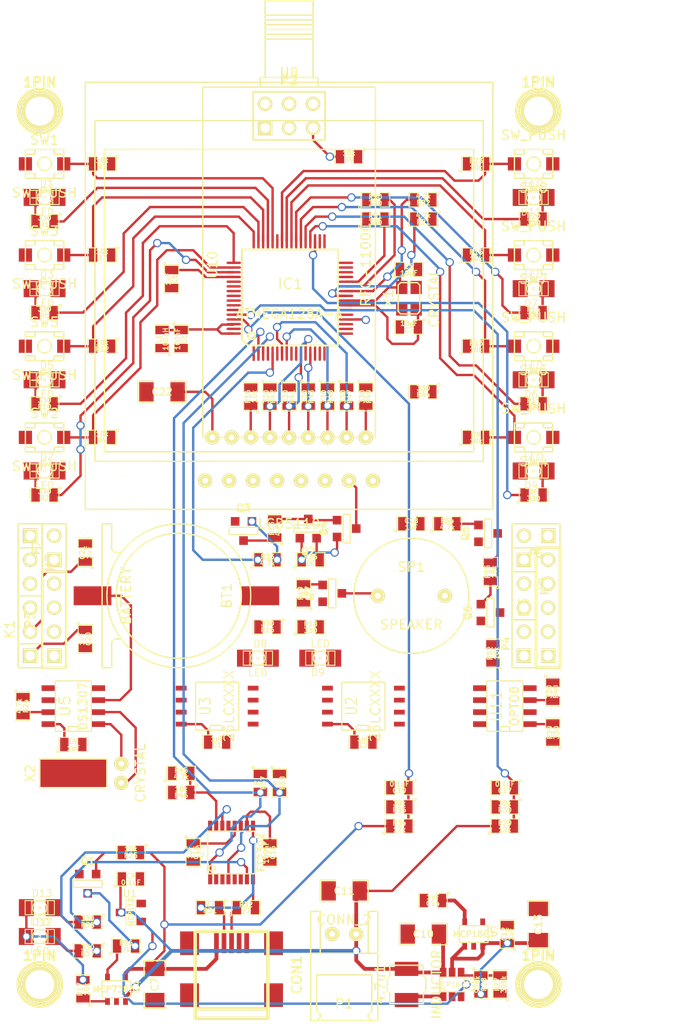
<source format=kicad_pcb>
(kicad_pcb (version 3) (host pcbnew "(22-Jun-2014 BZR 4027)-stable")
  (layers (15 F.Cu signal) (2 Inner2.Cu signal) (1 Inner1.Cu signal) (0 B.Cu signal) (21 F.SilkS user) (23 F.Mask user))
  (net 0 "")
  (net 1 3.3V)
  (net 2 5V)
  (net 3 AVCC)
  (net 4 BATSENSE)
  (net 5 BTN1)
  (net 6 BTN2)
  (net 7 BTN3)
  (net 8 BTN4)
  (net 9 BTN5)
  (net 10 BTN6)
  (net 11 BTN7)
  (net 12 BTN8)
  (net 13 CCONT)
  (net 14 CSRF)
  (net 15 CSTATUS)
  (net 16 D+)
  (net 17 D-)
  (net 18 GDO0)
  (net 19 GDO2)
  (net 20 GND)
  (net 21 LCDBL)
  (net 22 LCDBLPWR)
  (net 23 LED1)
  (net 24 LED2)
  (net 25 LED3)
  (net 26 LED4)
  (net 27 LED5)
  (net 28 LED6)
  (net 29 LED7)
  (net 30 LED8)
  (net 31 N-00000107)
  (net 32 N-00000109)
  (net 33 N-00000110)
  (net 34 N-00000111)
  (net 35 N-00000116)
  (net 36 N-00000117)
  (net 37 N-00000127)
  (net 38 N-00000128)
  (net 39 N-00000129)
  (net 40 N-00000130)
  (net 41 N-00000135)
  (net 42 N-00000138)
  (net 43 N-00000139)
  (net 44 N-00000141)
  (net 45 N-0000017)
  (net 46 N-000003)
  (net 47 N-0000030)
  (net 48 N-0000031)
  (net 49 N-0000033)
  (net 50 N-0000034)
  (net 51 N-0000036)
  (net 52 N-0000037)
  (net 53 N-0000038)
  (net 54 N-0000039)
  (net 55 N-000004)
  (net 56 N-0000041)
  (net 57 N-0000043)
  (net 58 N-0000045)
  (net 59 N-0000046)
  (net 60 N-0000047)
  (net 61 N-0000048)
  (net 62 N-0000049)
  (net 63 N-0000051)
  (net 64 N-0000052)
  (net 65 N-0000057)
  (net 66 N-0000058)
  (net 67 N-0000065)
  (net 68 N-0000066)
  (net 69 N-0000070)
  (net 70 N-0000071)
  (net 71 N-0000072)
  (net 72 N-0000074)
  (net 73 N-0000077)
  (net 74 N-0000086)
  (net 75 N-0000087)
  (net 76 OPTOIN)
  (net 77 OPTOINC+)
  (net 78 OPTOINC-)
  (net 79 OPTOOUTC+)
  (net 80 OPTOOUTC-)
  (net 81 OUTRTC)
  (net 82 PAMP)
  (net 83 RESET)
  (net 84 RTS)
  (net 85 SCK)
  (net 86 SCL)
  (net 87 SDA)
  (net 88 SI)
  (net 89 SO)
  (net 90 UARTRX)
  (net 91 UARTRX2)
  (net 92 UARTTX)
  (net 93 UARTTX2)
  (net 94 USBSENSE)
  (net 95 VBAT)
  (net 96 VBATLOW)
  (net 97 VBATRTC)
  (net 98 VUSB)
  (net 99 VUSBS)
  (net 100 XTAL1)
  (net 101 XTAL2)
  (module SO8N (layer F.Cu) (at 228.346 179.832 90)
    (fp_text reference U2 (at 0 -1.27 90) (layer F.SilkS) (effects (font (size 1.143 1.016) (thickness 0.127))))
    (fp_text value 25LCXXXX (at 0 1.27 90) (layer F.SilkS) (effects (font (size 1.016 1.016) (thickness 0.127))))
    (pad 8 smd rect (at -1.905 -3.81 90) (size 0.508 1.143) (layers F.Cu F.Mask) (net 1 3.3V))
    (pad 7 smd rect (at -0.635 -3.81 90) (size 0.508 1.143) (layers F.Cu F.Mask))
    (pad 6 smd rect (at 0.635 -3.81 90) (size 0.508 1.143) (layers F.Cu F.Mask) (net 85 SCK))
    (pad 5 smd rect (at 1.905 -3.81 90) (size 0.508 1.143) (layers F.Cu F.Mask) (net 88 SI))
    (pad 4 smd rect (at 1.905 3.81 90) (size 0.508 1.143) (layers F.Cu F.Mask) (net 20 GND))
    (pad 3 smd rect (at 0.635 3.81 90) (size 0.508 1.143) (layers F.Cu F.Mask))
    (pad 2 smd rect (at -0.635 3.81 90) (size 0.508 1.143) (layers F.Cu F.Mask) (net 89 SO))
    (pad 1 smd rect (at -1.905 3.81 90) (size 0.508 1.143) (layers F.Cu F.Mask))
  )
  (module SO8N (layer F.Cu) (at 212.852 179.832 90)
    (fp_text reference U3 (at 0 -1.27 90) (layer F.SilkS) (effects (font (size 1.143 1.016) (thickness 0.127))))
    (fp_text value 25LCXXXX (at 0 1.27 90) (layer F.SilkS) (effects (font (size 1.016 1.016) (thickness 0.127))))
    (pad 8 smd rect (at -1.905 -3.81 90) (size 0.508 1.143) (layers F.Cu F.Mask) (net 1 3.3V))
    (pad 7 smd rect (at -0.635 -3.81 90) (size 0.508 1.143) (layers F.Cu F.Mask))
    (pad 6 smd rect (at 0.635 -3.81 90) (size 0.508 1.143) (layers F.Cu F.Mask) (net 85 SCK))
    (pad 5 smd rect (at 1.905 -3.81 90) (size 0.508 1.143) (layers F.Cu F.Mask) (net 88 SI))
    (pad 4 smd rect (at 1.905 3.81 90) (size 0.508 1.143) (layers F.Cu F.Mask) (net 20 GND))
    (pad 3 smd rect (at 0.635 3.81 90) (size 0.508 1.143) (layers F.Cu F.Mask))
    (pad 2 smd rect (at -0.635 3.81 90) (size 0.508 1.143) (layers F.Cu F.Mask) (net 89 SO))
    (pad 1 smd rect (at -1.905 3.81 90) (size 0.508 1.143) (layers F.Cu F.Mask))
  )
  (module SSOP17 (layer F.Cu) (at 214.376 195.326)
    (fp_text reference U9 (at -3.302 -0.127 90) (layer F.SilkS) (effects (font (size 0.762 0.762) (thickness 0.0762))))
    (fp_text value FT230X (at 3.175 0 90) (layer F.SilkS) (effects (font (size 0.762 0.762) (thickness 0.127))))
    (pad 1 smd rect (at -2.2606 2.794) (size 0.4318 1.15062) (layers F.Cu F.Mask) (net 90 UARTRX))
    (pad 2 smd rect (at -1.6256 2.794) (size 0.4318 1.15062) (layers F.Cu F.Mask) (net 84 RTS))
    (pad 3 smd rect (at -0.9652 2.794) (size 0.4318 1.15062) (layers F.Cu F.Mask) (net 1 3.3V))
    (pad 4 smd rect (at -0.3302 2.794) (size 0.4318 1.15062) (layers F.Cu F.Mask) (net 92 UARTTX))
    (pad 5 smd rect (at 0.3302 2.794) (size 0.4318 1.15062) (layers F.Cu F.Mask) (net 20 GND))
    (pad 6 smd rect (at 0.9779 2.794) (size 0.4318 1.15062) (layers F.Cu F.Mask))
    (pad 7 smd rect (at 1.6256 2.794) (size 0.4318 1.15062) (layers F.Cu F.Mask) (net 38 N-00000128))
    (pad 8 smd rect (at 2.2733 2.794) (size 0.4318 1.15062) (layers F.Cu F.Mask) (net 66 N-0000058))
    (pad 9 smd rect (at 2.2733 -2.794) (size 0.4318 1.15062) (layers F.Cu F.Mask) (net 65 N-0000057))
    (pad 10 smd rect (at 1.6256 -2.794) (size 0.4318 1.15062) (layers F.Cu F.Mask) (net 57 N-0000043))
    (pad 11 smd rect (at 0.9779 -2.794) (size 0.4318 1.15062) (layers F.Cu F.Mask) (net 1 3.3V))
    (pad 12 smd rect (at 0.3302 -2.794) (size 0.4318 1.15062) (layers F.Cu F.Mask) (net 2 5V))
    (pad 13 smd rect (at -0.3302 -2.794) (size 0.4318 1.15062) (layers F.Cu F.Mask) (net 20 GND))
    (pad 14 smd rect (at -0.9779 -2.794) (size 0.4318 1.15062) (layers F.Cu F.Mask) (net 37 N-00000127))
    (pad 15 smd rect (at -1.6256 -2.794) (size 0.4318 1.15062) (layers F.Cu F.Mask) (net 99 VUSBS))
    (pad 16 smd rect (at -2.2733 -2.794) (size 0.4318 1.15062) (layers F.Cu F.Mask))
  )
  (module USB_MINI_B (layer F.Cu) (at 214.376 208.28 90)
    (fp_text reference CON1 (at 0 6.90118 90) (layer F.SilkS) (effects (font (size 1.016 1.016) (thickness 0.2032))))
    (fp_text value USB-MINI-B hide)
    (pad 1 smd rect (at 3.44932 -1.6002 90) (size 2.30124 0.50038) (layers F.Cu F.Mask) (net 98 VUSB))
    (pad 2 smd rect (at 3.44932 -0.8001 90) (size 2.30124 0.50038) (layers F.Cu F.Mask) (net 17 D-))
    (pad 3 smd rect (at 3.44932 0 90) (size 2.30124 0.50038) (layers F.Cu F.Mask) (net 16 D+))
    (pad 4 smd rect (at 3.44932 0.8001 90) (size 2.30124 0.50038) (layers F.Cu F.Mask))
    (pad 5 smd rect (at 3.44932 1.6002 90) (size 2.30124 0.50038) (layers F.Cu F.Mask) (net 20 GND))
    (pad 6 smd rect (at 3.35026 -4.45008 90) (size 2.49936 1.99898) (layers F.Cu F.Mask) (net 20 GND))
    (pad 7 smd rect (at -2.14884 -4.45008 90) (size 2.49936 1.99898) (layers F.Cu F.Mask) (net 20 GND))
    (pad 8 smd rect (at 3.35026 4.45008 90) (size 2.49936 1.99898) (layers F.Cu F.Mask) (net 20 GND))
    (pad 9 smd rect (at -2.14884 4.45008 90) (size 2.49936 1.99898) (layers F.Cu F.Mask) (net 20 GND))
  )
  (module TSX-3225 (layer F.Cu) (at 233.172 136.652 90)
    (fp_text reference X1 (at 0 -2.159 90) (layer F.SilkS))
    (fp_text value CRYSTAL (at 0 2.667 90) (layer F.SilkS))
    (pad 3 smd trapezoid (at 1.143 0.762 90) (size 1.4 1.2) (layers F.Cu F.Mask))
    (pad 2 smd trapezoid (at 1.143 -0.762 90) (size 1.4 1.2) (layers F.Cu F.Mask) (net 100 XTAL1))
    (pad 4 smd trapezoid (at -1.143 -0.762 90) (size 1.4 1.2) (layers F.Cu F.Mask))
    (pad 1 smd trapezoid (at -1.143 0.762 90) (size 1.4 1.2) (layers F.Cu F.Mask) (net 101 XTAL2))
  )
  (module TQFP_64 (layer F.Cu) (at 220.472 136.652)
    (fp_text reference IC1 (at 0.127 -1.524) (layer F.SilkS) (effects (font (size 1.09982 1.09982) (thickness 0.127))))
    (fp_text value ATMEGA128A-A (at 0 1.651) (layer F.SilkS) (effects (font (size 1.00076 1.00076) (thickness 0.1524))))
    (pad 1 smd rect (at -3.74904 5.86994) (size 0.24892 1.524) (layers F.Cu F.Mask))
    (pad 2 smd oval (at -3.24866 5.86994) (size 0.24892 1.524) (layers F.Cu F.Mask) (net 90 UARTRX))
    (pad 3 smd oval (at -2.74828 5.86994) (size 0.24892 1.524) (layers F.Cu F.Mask) (net 92 UARTTX))
    (pad 4 smd oval (at -2.2479 5.86994) (size 0.24892 1.524) (layers F.Cu F.Mask))
    (pad 5 smd oval (at -1.74752 5.86994) (size 0.24892 1.524) (layers F.Cu F.Mask) (net 21 LCDBL))
    (pad 6 smd oval (at -1.24968 5.86994) (size 0.24892 1.524) (layers F.Cu F.Mask) (net 81 OUTRTC))
    (pad 7 smd oval (at -0.7493 5.86994) (size 0.24892 1.524) (layers F.Cu F.Mask) (net 18 GDO0))
    (pad 8 smd oval (at -0.24892 5.86994) (size 0.24892 1.524) (layers F.Cu F.Mask) (net 19 GDO2))
    (pad 9 smd oval (at 0.25146 5.86994) (size 0.24892 1.524) (layers F.Cu F.Mask) (net 84 RTS))
    (pad 10 smd oval (at 0.75184 5.86994) (size 0.24892 1.524) (layers F.Cu F.Mask))
    (pad 11 smd oval (at 1.25222 5.86994) (size 0.24892 1.524) (layers F.Cu F.Mask) (net 85 SCK))
    (pad 12 smd oval (at 1.75006 5.86994) (size 0.24892 1.524) (layers F.Cu F.Mask) (net 88 SI))
    (pad 13 smd oval (at 2.25044 5.86994) (size 0.24892 1.524) (layers F.Cu F.Mask) (net 89 SO))
    (pad 14 smd oval (at 2.75082 5.86994) (size 0.24892 1.524) (layers F.Cu F.Mask))
    (pad 15 smd oval (at 3.2512 5.86994) (size 0.24892 1.524) (layers F.Cu F.Mask))
    (pad 16 smd oval (at 3.75158 5.86994) (size 0.24892 1.524) (layers F.Cu F.Mask))
    (pad 17 smd oval (at 6.0325 3.74904) (size 1.524 0.24892) (layers F.Cu F.Mask))
    (pad 18 smd oval (at 6.0325 3.24866) (size 1.524 0.24892) (layers F.Cu F.Mask))
    (pad 19 smd oval (at 6.0325 2.74828) (size 1.524 0.24892) (layers F.Cu F.Mask))
    (pad 20 smd oval (at 6.0325 2.2479) (size 1.524 0.24892) (layers F.Cu F.Mask) (net 83 RESET))
    (pad 21 smd oval (at 6.0325 1.74752) (size 1.524 0.24892) (layers F.Cu F.Mask) (net 1 3.3V))
    (pad 22 smd oval (at 6.0325 1.24968) (size 1.524 0.24892) (layers F.Cu F.Mask) (net 20 GND))
    (pad 23 smd oval (at 6.0325 0.7493) (size 1.524 0.24892) (layers F.Cu F.Mask) (net 101 XTAL2))
    (pad 24 smd oval (at 6.0325 0.24892) (size 1.524 0.24892) (layers F.Cu F.Mask) (net 100 XTAL1))
    (pad 25 smd oval (at 6.0325 -0.25146) (size 1.524 0.24892) (layers F.Cu F.Mask) (net 86 SCL))
    (pad 26 smd oval (at 6.0325 -0.75184) (size 1.524 0.24892) (layers F.Cu F.Mask) (net 87 SDA))
    (pad 27 smd oval (at 6.0325 -1.25222) (size 1.524 0.24892) (layers F.Cu F.Mask) (net 91 UARTRX2))
    (pad 28 smd oval (at 6.0325 -1.75006) (size 1.524 0.24892) (layers F.Cu F.Mask) (net 93 UARTTX2))
    (pad 29 smd oval (at 6.0325 -2.25044) (size 1.524 0.24892) (layers F.Cu F.Mask))
    (pad 30 smd oval (at 6.0325 -2.75082) (size 1.524 0.24892) (layers F.Cu F.Mask))
    (pad 31 smd oval (at 6.0325 -3.2512) (size 1.524 0.24892) (layers F.Cu F.Mask))
    (pad 32 smd oval (at 6.0325 -3.75158) (size 1.524 0.24892) (layers F.Cu F.Mask))
    (pad 33 smd oval (at 3.75158 -6.0325) (size 0.24892 1.524) (layers F.Cu F.Mask))
    (pad 34 smd oval (at 3.2512 -6.0325) (size 0.24892 1.524) (layers F.Cu F.Mask))
    (pad 35 smd oval (at 2.75082 -6.0325) (size 0.24892 1.524) (layers F.Cu F.Mask) (net 27 LED5))
    (pad 36 smd oval (at 2.25044 -6.0325) (size 0.24892 1.524) (layers F.Cu F.Mask) (net 9 BTN5))
    (pad 37 smd oval (at 1.75006 -6.0325) (size 0.24892 1.524) (layers F.Cu F.Mask) (net 28 LED6))
    (pad 38 smd oval (at 1.25222 -6.0325) (size 0.24892 1.524) (layers F.Cu F.Mask) (net 10 BTN6))
    (pad 39 smd oval (at 0.75184 -6.0325) (size 0.24892 1.524) (layers F.Cu F.Mask) (net 29 LED7))
    (pad 40 smd oval (at 0.25146 -6.0325) (size 0.24892 1.524) (layers F.Cu F.Mask) (net 11 BTN7))
    (pad 41 smd oval (at -0.24892 -6.0325) (size 0.24892 1.524) (layers F.Cu F.Mask) (net 30 LED8))
    (pad 42 smd oval (at -0.7493 -6.0325) (size 0.24892 1.524) (layers F.Cu F.Mask) (net 12 BTN8))
    (pad 43 smd oval (at -1.24968 -6.0325) (size 0.24892 1.524) (layers F.Cu F.Mask))
    (pad 44 smd oval (at -1.74752 -6.0325) (size 0.24892 1.524) (layers F.Cu F.Mask) (net 5 BTN1))
    (pad 45 smd oval (at -2.2479 -6.0325) (size 0.24892 1.524) (layers F.Cu F.Mask) (net 23 LED1))
    (pad 46 smd oval (at -2.74828 -6.0325) (size 0.24892 1.524) (layers F.Cu F.Mask) (net 6 BTN2))
    (pad 47 smd oval (at -3.24866 -6.0325) (size 0.24892 1.524) (layers F.Cu F.Mask) (net 24 LED2))
    (pad 48 smd oval (at -3.74904 -6.0325) (size 0.24892 1.524) (layers F.Cu F.Mask) (net 7 BTN3))
    (pad 49 smd oval (at -5.86994 -3.75158) (size 1.524 0.24892) (layers F.Cu F.Mask) (net 25 LED3))
    (pad 50 smd oval (at -5.86994 -3.2512) (size 1.524 0.24892) (layers F.Cu F.Mask) (net 8 BTN4))
    (pad 52 smd oval (at -5.86994 -2.25044) (size 1.524 0.24892) (layers F.Cu F.Mask) (net 1 3.3V))
    (pad 51 smd oval (at -5.88772 -2.75082) (size 1.524 0.24892) (layers F.Cu F.Mask) (net 26 LED4))
    (pad 53 smd oval (at -5.86994 -1.75006) (size 1.524 0.24892) (layers F.Cu F.Mask) (net 20 GND))
    (pad 54 smd oval (at -5.86994 -1.25222) (size 1.524 0.24892) (layers F.Cu F.Mask))
    (pad 55 smd oval (at -5.86994 -0.75184) (size 1.524 0.24892) (layers F.Cu F.Mask))
    (pad 56 smd oval (at -5.86994 -0.25146) (size 1.524 0.24892) (layers F.Cu F.Mask))
    (pad 57 smd oval (at -5.86994 0.24892) (size 1.524 0.24892) (layers F.Cu F.Mask))
    (pad 58 smd oval (at -5.86994 0.7493) (size 1.524 0.24892) (layers F.Cu F.Mask))
    (pad 59 smd oval (at -5.86994 1.24206) (size 1.524 0.24892) (layers F.Cu F.Mask))
    (pad 60 smd oval (at -5.86994 1.74244) (size 1.524 0.24892) (layers F.Cu F.Mask) (net 4 BATSENSE))
    (pad 61 smd oval (at -5.86994 2.24282) (size 1.524 0.24892) (layers F.Cu F.Mask) (net 94 USBSENSE))
    (pad 62 smd oval (at -5.86994 2.7432) (size 1.524 0.24892) (layers F.Cu F.Mask) (net 3 AVCC))
    (pad 63 smd oval (at -5.86994 3.24104) (size 1.524 0.24892) (layers F.Cu F.Mask) (net 20 GND))
    (pad 64 smd oval (at -5.86994 3.74142) (size 1.524 0.24892) (layers F.Cu F.Mask) (net 3 AVCC))
  )
  (module TD-85XU (layer F.Cu) (at 194.564 132.08)
    (fp_text reference SW3 (at 0 -2.54) (layer F.SilkS))
    (fp_text value SW_PUSH (at 0 3.048) (layer F.SilkS))
    (pad 1 smd rect (at -2.032 0) (size 1.4 1.4) (layers F.Cu F.Mask) (net 20 GND))
    (pad 2 smd rect (at 2.032 0) (size 1.4 1.4) (layers F.Cu F.Mask) (net 6 BTN2))
  )
  (module TD-85XU (layer F.Cu) (at 246.38 141.732 180)
    (fp_text reference SW6 (at 0 -2.54 180) (layer F.SilkS))
    (fp_text value SW_PUSH (at 0 3.048 180) (layer F.SilkS))
    (pad 1 smd rect (at -2.032 0 180) (size 1.4 1.4) (layers F.Cu F.Mask) (net 20 GND))
    (pad 2 smd rect (at 2.032 0 180) (size 1.4 1.4) (layers F.Cu F.Mask) (net 10 BTN6))
  )
  (module TD-85XU (layer F.Cu) (at 246.38 132.08 180)
    (fp_text reference SW7 (at 0 -2.54 180) (layer F.SilkS))
    (fp_text value SW_PUSH (at 0 3.048 180) (layer F.SilkS))
    (pad 1 smd rect (at -2.032 0 180) (size 1.4 1.4) (layers F.Cu F.Mask) (net 20 GND))
    (pad 2 smd rect (at 2.032 0 180) (size 1.4 1.4) (layers F.Cu F.Mask) (net 11 BTN7))
  )
  (module TD-85XU (layer F.Cu) (at 246.38 151.384 180)
    (fp_text reference SW4 (at 0 -2.54 180) (layer F.SilkS))
    (fp_text value SW_PUSH (at 0 3.048 180) (layer F.SilkS))
    (pad 1 smd rect (at -2.032 0 180) (size 1.4 1.4) (layers F.Cu F.Mask) (net 20 GND))
    (pad 2 smd rect (at 2.032 0 180) (size 1.4 1.4) (layers F.Cu F.Mask) (net 9 BTN5))
  )
  (module TD-85XU (layer F.Cu) (at 194.564 122.428)
    (fp_text reference SW1 (at 0 -2.54) (layer F.SilkS))
    (fp_text value SW_PUSH (at 0 3.048) (layer F.SilkS))
    (pad 1 smd rect (at -2.032 0) (size 1.4 1.4) (layers F.Cu F.Mask) (net 20 GND))
    (pad 2 smd rect (at 2.032 0) (size 1.4 1.4) (layers F.Cu F.Mask) (net 5 BTN1))
  )
  (module TD-85XU (layer F.Cu) (at 246.38 122.428 180)
    (fp_text reference SW8 (at 0 -2.54 180) (layer F.SilkS))
    (fp_text value SW_PUSH (at 0 3.048 180) (layer F.SilkS))
    (pad 1 smd rect (at -2.032 0 180) (size 1.4 1.4) (layers F.Cu F.Mask) (net 20 GND))
    (pad 2 smd rect (at 2.032 0 180) (size 1.4 1.4) (layers F.Cu F.Mask) (net 12 BTN8))
  )
  (module TD-85XU (layer F.Cu) (at 194.564 151.384)
    (fp_text reference SW2 (at 0 -2.54) (layer F.SilkS))
    (fp_text value SW_PUSH (at 0 3.048) (layer F.SilkS))
    (pad 1 smd rect (at -2.032 0) (size 1.4 1.4) (layers F.Cu F.Mask) (net 20 GND))
    (pad 2 smd rect (at 2.032 0) (size 1.4 1.4) (layers F.Cu F.Mask) (net 8 BTN4))
  )
  (module TD-85XU (layer F.Cu) (at 194.564 141.732)
    (fp_text reference SW5 (at 0 -2.54) (layer F.SilkS))
    (fp_text value SW_PUSH (at 0 3.048) (layer F.SilkS))
    (pad 1 smd rect (at -2.032 0) (size 1.4 1.4) (layers F.Cu F.Mask) (net 20 GND))
    (pad 2 smd rect (at 2.032 0) (size 1.4 1.4) (layers F.Cu F.Mask) (net 7 BTN3))
  )
  (module SOT23EBC (layer F.Cu) (at 225.044 167.894 90)
    (fp_text reference Q7 (at 0 -2.413 90) (layer F.SilkS) (effects (font (size 0.762 0.762) (thickness 0.2032))))
    (fp_text value BC817 hide)
    (pad 1 smd rect (at -0.889 -1.016 90) (size 0.9144 0.9144) (layers F.Cu F.Mask) (net 20 GND))
    (pad 2 smd rect (at 0.889 -1.016 90) (size 0.9144 0.9144) (layers F.Cu F.Mask) (net 70 N-0000071))
    (pad 3 smd rect (at 0 1.016 90) (size 0.9144 0.9144) (layers F.Cu F.Mask) (net 71 N-0000072))
  )
  (module SOT23EBC (layer F.Cu) (at 222.504 161.036 180)
    (fp_text reference Q2 (at 0 -2.413 180) (layer F.SilkS) (effects (font (size 0.762 0.762) (thickness 0.2032))))
    (fp_text value BC807 hide)
    (pad 1 smd rect (at -0.889 -1.016 180) (size 0.9144 0.9144) (layers F.Cu F.Mask) (net 2 5V))
    (pad 2 smd rect (at 0.889 -1.016 180) (size 0.9144 0.9144) (layers F.Cu F.Mask) (net 62 N-0000049))
    (pad 3 smd rect (at 0 1.016 180) (size 0.9144 0.9144) (layers F.Cu F.Mask) (net 61 N-0000048))
  )
  (module SOT23EBC (layer F.Cu) (at 226.568 161.036 90)
    (fp_text reference Q4 (at 0 -2.413 90) (layer F.SilkS) (effects (font (size 0.762 0.762) (thickness 0.2032))))
    (fp_text value BC807 hide)
    (pad 1 smd rect (at -0.889 -1.016 90) (size 0.9144 0.9144) (layers F.Cu F.Mask) (net 62 N-0000049))
    (pad 2 smd rect (at 0.889 -1.016 90) (size 0.9144 0.9144) (layers F.Cu F.Mask) (net 61 N-0000048))
    (pad 3 smd rect (at 0 1.016 90) (size 0.9144 0.9144) (layers F.Cu F.Mask) (net 22 LCDBLPWR))
  )
  (module SOT23EBC (layer F.Cu) (at 241.554 161.544 90)
    (fp_text reference Q5 (at 0 -2.413 90) (layer F.SilkS) (effects (font (size 0.762 0.762) (thickness 0.2032))))
    (fp_text value BC817 hide)
    (pad 1 smd rect (at -0.889 -1.016 90) (size 0.9144 0.9144) (layers F.Cu F.Mask) (net 20 GND))
    (pad 2 smd rect (at 0.889 -1.016 90) (size 0.9144 0.9144) (layers F.Cu F.Mask) (net 63 N-0000051))
    (pad 3 smd rect (at 0 1.016 90) (size 0.9144 0.9144) (layers F.Cu F.Mask) (net 69 N-0000070))
  )
  (module SOT23EBC (layer F.Cu) (at 215.646 161.29)
    (fp_text reference Q3 (at 0 -2.413) (layer F.SilkS) (effects (font (size 0.762 0.762) (thickness 0.2032))))
    (fp_text value BC817 hide)
    (pad 1 smd rect (at -0.889 -1.016) (size 0.9144 0.9144) (layers F.Cu F.Mask) (net 20 GND))
    (pad 2 smd rect (at 0.889 -1.016) (size 0.9144 0.9144) (layers F.Cu F.Mask) (net 59 N-0000046))
    (pad 3 smd rect (at 0 1.016) (size 0.9144 0.9144) (layers F.Cu F.Mask) (net 60 N-0000047))
  )
  (module SOT23EBC (layer F.Cu) (at 241.808 169.926 90)
    (fp_text reference Q6 (at 0 -2.413 90) (layer F.SilkS) (effects (font (size 0.762 0.762) (thickness 0.2032))))
    (fp_text value BC807 hide)
    (pad 1 smd rect (at -0.889 -1.016 90) (size 0.9144 0.9144) (layers F.Cu F.Mask) (net 2 5V))
    (pad 2 smd rect (at 0.889 -1.016 90) (size 0.9144 0.9144) (layers F.Cu F.Mask) (net 64 N-0000052))
    (pad 3 smd rect (at 0 1.016 90) (size 0.9144 0.9144) (layers F.Cu F.Mask) (net 82 PAMP))
  )
  (module SOT23EBC (layer F.Cu) (at 199.136 198.628)
    (fp_text reference Q1 (at 0 -2.413) (layer F.SilkS) (effects (font (size 0.762 0.762) (thickness 0.2032))))
    (fp_text value BC817 hide)
    (pad 1 smd rect (at -0.889 -1.016) (size 0.9144 0.9144) (layers F.Cu F.Mask) (net 20 GND))
    (pad 2 smd rect (at 0.889 -1.016) (size 0.9144 0.9144) (layers F.Cu F.Mask) (net 13 CCONT))
    (pad 3 smd rect (at 0 1.016) (size 0.9144 0.9144) (layers F.Cu F.Mask) (net 35 N-00000116))
  )
  (module SOT23_6 (layer F.Cu) (at 237.744 209.296)
    (fp_text reference U6 (at 1.99898 0 90) (layer F.SilkS) (effects (font (size 0.762 0.762) (thickness 0.0762))))
    (fp_text value MCP1640 (at 0.0635 0) (layer F.SilkS) (effects (font (size 0.50038 0.50038) (thickness 0.0762))))
    (pad 6 smd rect (at -0.9525 -1.27) (size 0.70104 1.00076) (layers F.Cu F.Mask) (net 95 VBAT))
    (pad 5 smd rect (at 0 -1.27) (size 0.70104 1.00076) (layers F.Cu F.Mask) (net 2 5V))
    (pad 4 smd rect (at 0.9525 -1.27) (size 0.70104 1.00076) (layers F.Cu F.Mask) (net 56 N-0000041))
    (pad 3 smd rect (at 0.9525 1.27) (size 0.70104 1.00076) (layers F.Cu F.Mask) (net 96 VBATLOW))
    (pad 2 smd rect (at 0 1.27) (size 0.70104 1.00076) (layers F.Cu F.Mask) (net 20 GND))
    (pad 1 smd rect (at -0.9525 1.27) (size 0.70104 1.00076) (layers F.Cu F.Mask) (net 58 N-0000045))
  )
  (module SOT23-5 (layer F.Cu) (at 202.184 209.804)
    (fp_text reference U4 (at 2.19964 -0.29972 90) (layer F.SilkS) (effects (font (size 0.635 0.635) (thickness 0.127))))
    (fp_text value MCP73832 (at 0 0) (layer F.SilkS) (effects (font (size 0.635 0.635) (thickness 0.127))))
    (pad 1 smd rect (at -0.9525 1.27) (size 0.508 0.762) (layers F.Cu F.Mask) (net 15 CSTATUS))
    (pad 3 smd rect (at 0.9525 1.27) (size 0.508 0.762) (layers F.Cu F.Mask) (net 95 VBAT))
    (pad 5 smd rect (at -0.9525 -1.27) (size 0.508 0.762) (layers F.Cu F.Mask) (net 36 N-00000117))
    (pad 2 smd rect (at 0 1.27) (size 0.508 0.762) (layers F.Cu F.Mask) (net 20 GND))
    (pad 4 smd rect (at 0.9525 -1.27) (size 0.508 0.762) (layers F.Cu F.Mask) (net 98 VUSB))
  )
  (module SOT23-5 (layer F.Cu) (at 240.03 203.962)
    (fp_text reference U7 (at 2.19964 -0.29972 90) (layer F.SilkS) (effects (font (size 0.635 0.635) (thickness 0.127))))
    (fp_text value MCP1802 (at 0 0) (layer F.SilkS) (effects (font (size 0.635 0.635) (thickness 0.127))))
    (pad 1 smd rect (at -0.9525 1.27) (size 0.508 0.762) (layers F.Cu F.Mask) (net 2 5V))
    (pad 3 smd rect (at 0.9525 1.27) (size 0.508 0.762) (layers F.Cu F.Mask) (net 2 5V))
    (pad 5 smd rect (at -0.9525 -1.27) (size 0.508 0.762) (layers F.Cu F.Mask) (net 1 3.3V))
    (pad 2 smd rect (at 0 1.27) (size 0.508 0.762) (layers F.Cu F.Mask) (net 20 GND))
    (pad 4 smd rect (at 0.9525 -1.27) (size 0.508 0.762) (layers F.Cu F.Mask))
  )
  (module SOT23 (layer F.Cu) (at 203.708 201.676 90)
    (fp_text reference U1 (at 1.99898 -0.09906 180) (layer F.SilkS) (effects (font (size 0.762 0.762) (thickness 0.11938))))
    (fp_text value MCP112 (at 0.0635 0 90) (layer F.SilkS) (effects (font (size 0.50038 0.50038) (thickness 0.09906))))
    (pad 3 smd rect (at 0 -1.09982 90) (size 0.8001 1.00076) (layers F.Cu F.Mask) (net 95 VBAT))
    (pad 2 smd rect (at 0.9525 1.09982 90) (size 0.8001 1.00076) (layers F.Cu F.Mask) (net 20 GND))
    (pad 1 smd rect (at -0.9525 1.09982 90) (size 0.8001 1.00076) (layers F.Cu F.Mask) (net 96 VBATLOW))
  )
  (module SO8E (layer F.Cu) (at 197.612 179.832 90)
    (fp_text reference U5 (at 0 -0.889 90) (layer F.SilkS) (effects (font (size 1.143 1.143) (thickness 0.1524))))
    (fp_text value DS1307 (at 0 1.016 90) (layer F.SilkS) (effects (font (size 0.889 0.889) (thickness 0.1524))))
    (pad 8 smd rect (at -1.905 -2.667 90) (size 0.59944 1.39954) (layers F.Cu F.Mask) (net 2 5V))
    (pad 1 smd rect (at -1.905 2.667 90) (size 0.59944 1.39954) (layers F.Cu F.Mask) (net 75 N-0000087))
    (pad 7 smd rect (at -0.635 -2.667 90) (size 0.59944 1.39954) (layers F.Cu F.Mask) (net 81 OUTRTC))
    (pad 6 smd rect (at 0.635 -2.667 90) (size 0.59944 1.39954) (layers F.Cu F.Mask) (net 86 SCL))
    (pad 5 smd rect (at 1.905 -2.667 90) (size 0.59944 1.39954) (layers F.Cu F.Mask) (net 87 SDA))
    (pad 2 smd rect (at -0.635 2.667 90) (size 0.59944 1.39954) (layers F.Cu F.Mask) (net 74 N-0000086))
    (pad 3 smd rect (at 0.635 2.667 90) (size 0.59944 1.39954) (layers F.Cu F.Mask) (net 97 VBATRTC))
    (pad 4 smd rect (at 1.905 2.667 90) (size 0.59944 1.39954) (layers F.Cu F.Mask) (net 20 GND))
  )
  (module SO8E (layer F.Cu) (at 243.332 179.832 90)
    (fp_text reference U11 (at 0 -0.889 90) (layer F.SilkS) (effects (font (size 1.143 1.143) (thickness 0.1524))))
    (fp_text value OPTO8 (at 0 1.016 90) (layer F.SilkS) (effects (font (size 0.889 0.889) (thickness 0.1524))))
    (pad 8 smd rect (at -1.905 -2.667 90) (size 0.59944 1.39954) (layers F.Cu F.Mask) (net 79 OPTOOUTC+))
    (pad 1 smd rect (at -1.905 2.667 90) (size 0.59944 1.39954) (layers F.Cu F.Mask) (net 48 N-0000031))
    (pad 7 smd rect (at -0.635 -2.667 90) (size 0.59944 1.39954) (layers F.Cu F.Mask) (net 80 OPTOOUTC-))
    (pad 6 smd rect (at 0.635 -2.667 90) (size 0.59944 1.39954) (layers F.Cu F.Mask) (net 76 OPTOIN))
    (pad 5 smd rect (at 1.905 -2.667 90) (size 0.59944 1.39954) (layers F.Cu F.Mask) (net 20 GND))
    (pad 2 smd rect (at -0.635 2.667 90) (size 0.59944 1.39954) (layers F.Cu F.Mask) (net 20 GND))
    (pad 3 smd rect (at 0.635 2.667 90) (size 0.59944 1.39954) (layers F.Cu F.Mask) (net 47 N-0000030))
    (pad 4 smd rect (at 1.905 2.667 90) (size 0.59944 1.39954) (layers F.Cu F.Mask) (net 78 OPTOINC-))
  )
  (module SM1206 (layer F.Cu) (at 226.314 199.39 180)
    (fp_text reference C11 (at 0 0 180) (layer F.SilkS) (effects (font (size 0.762 0.762) (thickness 0.127))))
    (fp_text value 4.7uF hide)
    (pad 1 smd rect (at -1.651 0 180) (size 1.524 2.032) (layers F.Cu F.Mask) (net 95 VBAT))
    (pad 2 smd rect (at 1.651 0 180) (size 1.524 2.032) (layers F.Cu F.Mask) (net 20 GND))
  )
  (module SM1206 (layer F.Cu) (at 246.888 202.946 90)
    (fp_text reference C13 (at 0 0 90) (layer F.SilkS) (effects (font (size 0.762 0.762) (thickness 0.127))))
    (fp_text value 10uF hide)
    (pad 1 smd rect (at -1.651 0 90) (size 1.524 2.032) (layers F.Cu F.Mask) (net 2 5V))
    (pad 2 smd rect (at 1.651 0 90) (size 1.524 2.032) (layers F.Cu F.Mask) (net 20 GND))
  )
  (module SM1206 (layer F.Cu) (at 206.248 209.296 270)
    (fp_text reference C7 (at 0 0 270) (layer F.SilkS) (effects (font (size 0.762 0.762) (thickness 0.127))))
    (fp_text value 4.7uF hide)
    (pad 1 smd rect (at -1.651 0 270) (size 1.524 2.032) (layers F.Cu F.Mask) (net 98 VUSB))
    (pad 2 smd rect (at 1.651 0 270) (size 1.524 2.032) (layers F.Cu F.Mask) (net 20 GND))
  )
  (module SM1206 (layer F.Cu) (at 234.696 203.962 180)
    (fp_text reference C10 (at 0 0 180) (layer F.SilkS) (effects (font (size 0.762 0.762) (thickness 0.127))))
    (fp_text value 4.7uF hide)
    (pad 1 smd rect (at -1.651 0 180) (size 1.524 2.032) (layers F.Cu F.Mask) (net 95 VBAT))
    (pad 2 smd rect (at 1.651 0 180) (size 1.524 2.032) (layers F.Cu F.Mask) (net 20 GND))
  )
  (module SM0805 (layer F.Cu) (at 248.412 178.308 270)
    (fp_text reference R40 (at 0 -0.3175 270) (layer F.SilkS) (effects (font (size 0.50038 0.50038) (thickness 0.10922))))
    (fp_text value 330 (at 0 0.381 270) (layer F.SilkS) (effects (font (size 0.50038 0.50038) (thickness 0.10922))))
    (pad 1 smd rect (at -0.9525 0 270) (size 0.889 1.397) (layers F.Cu F.Mask) (net 77 OPTOINC+))
    (pad 2 smd rect (at 0.9525 0 270) (size 0.889 1.397) (layers F.Cu F.Mask) (net 47 N-0000030))
  )
  (module SM0805 (layer F.Cu) (at 198.882 172.72 270)
    (fp_text reference C20 (at 0 -0.3175 270) (layer F.SilkS) (effects (font (size 0.50038 0.50038) (thickness 0.10922))))
    (fp_text value 1uF (at 0 0.381 270) (layer F.SilkS) (effects (font (size 0.50038 0.50038) (thickness 0.10922))))
    (pad 1 smd rect (at -0.9525 0 270) (size 0.889 1.397) (layers F.Cu F.Mask) (net 2 5V))
    (pad 2 smd rect (at 0.9525 0 270) (size 0.889 1.397) (layers F.Cu F.Mask) (net 20 GND))
  )
  (module SM0805 (layer F.Cu) (at 203.708 195.326 180)
    (fp_text reference R25 (at 0 -0.3175 180) (layer F.SilkS) (effects (font (size 0.50038 0.50038) (thickness 0.10922))))
    (fp_text value 10k (at 0 0.381 180) (layer F.SilkS) (effects (font (size 0.50038 0.50038) (thickness 0.10922))))
    (pad 1 smd rect (at -0.9525 0 180) (size 0.889 1.397) (layers F.Cu F.Mask) (net 98 VUSB))
    (pad 2 smd rect (at 0.9525 0 180) (size 0.889 1.397) (layers F.Cu F.Mask) (net 13 CCONT))
  )
  (module SM0805 (layer F.Cu) (at 221.996 167.894 90)
    (fp_text reference R19 (at 0 -0.3175 90) (layer F.SilkS) (effects (font (size 0.50038 0.50038) (thickness 0.10922))))
    (fp_text value R (at 0 0.381 90) (layer F.SilkS) (effects (font (size 0.50038 0.50038) (thickness 0.10922))))
    (pad 1 smd rect (at -0.9525 0 90) (size 0.889 1.397) (layers F.Cu F.Mask))
    (pad 2 smd rect (at 0.9525 0 90) (size 0.889 1.397) (layers F.Cu F.Mask) (net 70 N-0000071))
  )
  (module SM0805 (layer F.Cu) (at 242.824 209.296 90)
    (fp_text reference R27 (at 0 -0.3175 90) (layer F.SilkS) (effects (font (size 0.50038 0.50038) (thickness 0.10922))))
    (fp_text value 309k (at 0 0.381 90) (layer F.SilkS) (effects (font (size 0.50038 0.50038) (thickness 0.10922))))
    (pad 1 smd rect (at -0.9525 0 90) (size 0.889 1.397) (layers F.Cu F.Mask) (net 20 GND))
    (pad 2 smd rect (at 0.9525 0 90) (size 0.889 1.397) (layers F.Cu F.Mask) (net 56 N-0000041))
  )
  (module SM0805 (layer F.Cu) (at 240.792 209.296 270)
    (fp_text reference R28 (at 0 -0.3175 270) (layer F.SilkS) (effects (font (size 0.50038 0.50038) (thickness 0.10922))))
    (fp_text value 976k (at 0 0.381 270) (layer F.SilkS) (effects (font (size 0.50038 0.50038) (thickness 0.10922))))
    (pad 1 smd rect (at -0.9525 0 270) (size 0.889 1.397) (layers F.Cu F.Mask) (net 56 N-0000041))
    (pad 2 smd rect (at 0.9525 0 270) (size 0.889 1.397) (layers F.Cu F.Mask) (net 2 5V))
  )
  (module SM0805 (layer F.Cu) (at 242.062 174.244 90)
    (fp_text reference R52 (at 0 -0.3175 90) (layer F.SilkS) (effects (font (size 0.50038 0.50038) (thickness 0.10922))))
    (fp_text value 10k (at 0 0.381 90) (layer F.SilkS) (effects (font (size 0.50038 0.50038) (thickness 0.10922))))
    (pad 1 smd rect (at -0.9525 0 90) (size 0.889 1.397) (layers F.Cu F.Mask) (net 76 OPTOIN))
    (pad 2 smd rect (at 0.9525 0 90) (size 0.889 1.397) (layers F.Cu F.Mask) (net 1 3.3V))
  )
  (module SM0805 (layer F.Cu) (at 233.426 160.528)
    (fp_text reference C18 (at 0 -0.3175) (layer F.SilkS) (effects (font (size 0.50038 0.50038) (thickness 0.10922))))
    (fp_text value 1uF (at 0 0.381) (layer F.SilkS) (effects (font (size 0.50038 0.50038) (thickness 0.10922))))
    (pad 1 smd rect (at -0.9525 0) (size 0.889 1.397) (layers F.Cu F.Mask) (net 1 3.3V))
    (pad 2 smd rect (at 0.9525 0) (size 0.889 1.397) (layers F.Cu F.Mask) (net 20 GND))
  )
  (module SM0805 (layer F.Cu) (at 248.412 182.626 90)
    (fp_text reference R39 (at 0 -0.3175 90) (layer F.SilkS) (effects (font (size 0.50038 0.50038) (thickness 0.10922))))
    (fp_text value 330 (at 0 0.381 90) (layer F.SilkS) (effects (font (size 0.50038 0.50038) (thickness 0.10922))))
    (pad 1 smd rect (at -0.9525 0 90) (size 0.889 1.397) (layers F.Cu F.Mask))
    (pad 2 smd rect (at 0.9525 0 90) (size 0.889 1.397) (layers F.Cu F.Mask) (net 48 N-0000031))
  )
  (module SM0805 (layer F.Cu) (at 234.696 146.558 180)
    (fp_text reference R44 (at 0 -0.3175 180) (layer F.SilkS) (effects (font (size 0.50038 0.50038) (thickness 0.10922))))
    (fp_text value 330 (at 0 0.381 180) (layer F.SilkS) (effects (font (size 0.50038 0.50038) (thickness 0.10922))))
    (pad 1 smd rect (at -0.9525 0 180) (size 0.889 1.397) (layers F.Cu F.Mask) (net 51 N-0000036))
    (pad 2 smd rect (at 0.9525 0 180) (size 0.889 1.397) (layers F.Cu F.Mask))
  )
  (module SM0805 (layer F.Cu) (at 222.504 147.066 270)
    (fp_text reference R43 (at 0 -0.3175 270) (layer F.SilkS) (effects (font (size 0.50038 0.50038) (thickness 0.10922))))
    (fp_text value 330 (at 0 0.381 270) (layer F.SilkS) (effects (font (size 0.50038 0.50038) (thickness 0.10922))))
    (pad 1 smd rect (at -0.9525 0 270) (size 0.889 1.397) (layers F.Cu F.Mask) (net 52 N-0000037))
    (pad 2 smd rect (at 0.9525 0 270) (size 0.889 1.397) (layers F.Cu F.Mask) (net 89 SO))
  )
  (module SM0805 (layer F.Cu) (at 218.44 147.066 270)
    (fp_text reference R42 (at 0 -0.3175 270) (layer F.SilkS) (effects (font (size 0.50038 0.50038) (thickness 0.10922))))
    (fp_text value 330 (at 0 0.381 270) (layer F.SilkS) (effects (font (size 0.50038 0.50038) (thickness 0.10922))))
    (pad 1 smd rect (at -0.9525 0 270) (size 0.889 1.397) (layers F.Cu F.Mask) (net 53 N-0000038))
    (pad 2 smd rect (at 0.9525 0 270) (size 0.889 1.397) (layers F.Cu F.Mask) (net 88 SI))
  )
  (module SM0805 (layer F.Cu) (at 220.472 147.066 270)
    (fp_text reference R41 (at 0 -0.3175 270) (layer F.SilkS) (effects (font (size 0.50038 0.50038) (thickness 0.10922))))
    (fp_text value 330 (at 0 0.381 270) (layer F.SilkS) (effects (font (size 0.50038 0.50038) (thickness 0.10922))))
    (pad 1 smd rect (at -0.9525 0 270) (size 0.889 1.397) (layers F.Cu F.Mask) (net 54 N-0000039))
    (pad 2 smd rect (at 0.9525 0 270) (size 0.889 1.397) (layers F.Cu F.Mask) (net 85 SCK))
  )
  (module SM0805 (layer F.Cu) (at 229.616 128.27)
    (fp_text reference R51 (at 0 -0.3175) (layer F.SilkS) (effects (font (size 0.50038 0.50038) (thickness 0.10922))))
    (fp_text value 330 (at 0 0.381) (layer F.SilkS) (effects (font (size 0.50038 0.50038) (thickness 0.10922))))
    (pad 1 smd rect (at -0.9525 0) (size 0.889 1.397) (layers F.Cu F.Mask) (net 49 N-0000033))
    (pad 2 smd rect (at 0.9525 0) (size 0.889 1.397) (layers F.Cu F.Mask) (net 93 UARTTX2))
  )
  (module SM0805 (layer F.Cu) (at 229.616 126.238)
    (fp_text reference R50 (at 0 -0.3175) (layer F.SilkS) (effects (font (size 0.50038 0.50038) (thickness 0.10922))))
    (fp_text value 330 (at 0 0.381) (layer F.SilkS) (effects (font (size 0.50038 0.50038) (thickness 0.10922))))
    (pad 1 smd rect (at -0.9525 0) (size 0.889 1.397) (layers F.Cu F.Mask) (net 50 N-0000034))
    (pad 2 smd rect (at 0.9525 0) (size 0.889 1.397) (layers F.Cu F.Mask) (net 91 UARTRX2))
  )
  (module SM0805 (layer F.Cu) (at 241.808 165.608 90)
    (fp_text reference R55 (at 0 -0.3175 90) (layer F.SilkS) (effects (font (size 0.50038 0.50038) (thickness 0.10922))))
    (fp_text value 10k (at 0 0.381 90) (layer F.SilkS) (effects (font (size 0.50038 0.50038) (thickness 0.10922))))
    (pad 1 smd rect (at -0.9525 0 90) (size 0.889 1.397) (layers F.Cu F.Mask) (net 64 N-0000052))
    (pad 2 smd rect (at 0.9525 0 90) (size 0.889 1.397) (layers F.Cu F.Mask) (net 69 N-0000070))
  )
  (module SM0805 (layer F.Cu) (at 232.156 188.468 180)
    (fp_text reference C19 (at 0 -0.3175 180) (layer F.SilkS) (effects (font (size 0.50038 0.50038) (thickness 0.10922))))
    (fp_text value 0.1uF (at 0 0.381 180) (layer F.SilkS) (effects (font (size 0.50038 0.50038) (thickness 0.10922))))
    (pad 1 smd rect (at -0.9525 0 180) (size 0.889 1.397) (layers F.Cu F.Mask) (net 94 USBSENSE))
    (pad 2 smd rect (at 0.9525 0 180) (size 0.889 1.397) (layers F.Cu F.Mask) (net 20 GND))
  )
  (module SM0805 (layer F.Cu) (at 228.6 147.066 270)
    (fp_text reference R49 (at 0 -0.3175 270) (layer F.SilkS) (effects (font (size 0.50038 0.50038) (thickness 0.10922))))
    (fp_text value 330 (at 0 0.381 270) (layer F.SilkS) (effects (font (size 0.50038 0.50038) (thickness 0.10922))))
    (pad 1 smd rect (at -0.9525 0 270) (size 0.889 1.397) (layers F.Cu F.Mask) (net 72 N-0000074))
    (pad 2 smd rect (at 0.9525 0 270) (size 0.889 1.397) (layers F.Cu F.Mask) (net 14 CSRF))
  )
  (module SM0805 (layer F.Cu) (at 192.278 179.832 270)
    (fp_text reference R24 (at 0 -0.3175 270) (layer F.SilkS) (effects (font (size 0.50038 0.50038) (thickness 0.10922))))
    (fp_text value 4.7k (at 0 0.381 270) (layer F.SilkS) (effects (font (size 0.50038 0.50038) (thickness 0.10922))))
    (pad 1 smd rect (at -0.9525 0 270) (size 0.889 1.397) (layers F.Cu F.Mask) (net 1 3.3V))
    (pad 2 smd rect (at 0.9525 0 270) (size 0.889 1.397) (layers F.Cu F.Mask) (net 81 OUTRTC))
  )
  (module SM0805 (layer F.Cu) (at 243.332 188.468 180)
    (fp_text reference C17 (at 0 -0.3175 180) (layer F.SilkS) (effects (font (size 0.50038 0.50038) (thickness 0.10922))))
    (fp_text value 0.1uF (at 0 0.381 180) (layer F.SilkS) (effects (font (size 0.50038 0.50038) (thickness 0.10922))))
    (pad 1 smd rect (at -0.9525 0 180) (size 0.889 1.397) (layers F.Cu F.Mask) (net 4 BATSENSE))
    (pad 2 smd rect (at 0.9525 0 180) (size 0.889 1.397) (layers F.Cu F.Mask) (net 20 GND))
  )
  (module SM0805 (layer F.Cu) (at 222.758 164.338)
    (fp_text reference R36 (at 0 -0.3175) (layer F.SilkS) (effects (font (size 0.50038 0.50038) (thickness 0.10922))))
    (fp_text value 60 (at 0 0.381) (layer F.SilkS) (effects (font (size 0.50038 0.50038) (thickness 0.10922))))
    (pad 1 smd rect (at -0.9525 0) (size 0.889 1.397) (layers F.Cu F.Mask) (net 62 N-0000049))
    (pad 2 smd rect (at 0.9525 0) (size 0.889 1.397) (layers F.Cu F.Mask) (net 2 5V))
  )
  (module SM0805 (layer F.Cu) (at 218.186 164.338)
    (fp_text reference R33 (at 0 -0.3175) (layer F.SilkS) (effects (font (size 0.50038 0.50038) (thickness 0.10922))))
    (fp_text value 4.7k (at 0 0.381) (layer F.SilkS) (effects (font (size 0.50038 0.50038) (thickness 0.10922))))
    (pad 1 smd rect (at -0.9525 0) (size 0.889 1.397) (layers F.Cu F.Mask) (net 21 LCDBL))
    (pad 2 smd rect (at 0.9525 0) (size 0.889 1.397) (layers F.Cu F.Mask) (net 59 N-0000046))
  )
  (module SM0805 (layer F.Cu) (at 218.948 161.036 90)
    (fp_text reference R53 (at 0 -0.3175 90) (layer F.SilkS) (effects (font (size 0.50038 0.50038) (thickness 0.10922))))
    (fp_text value 4.7k (at 0 0.381 90) (layer F.SilkS) (effects (font (size 0.50038 0.50038) (thickness 0.10922))))
    (pad 1 smd rect (at -0.9525 0 90) (size 0.889 1.397) (layers F.Cu F.Mask) (net 60 N-0000047))
    (pad 2 smd rect (at 0.9525 0 90) (size 0.889 1.397) (layers F.Cu F.Mask) (net 61 N-0000048))
  )
  (module SM0805 (layer F.Cu) (at 224.536 147.066 270)
    (fp_text reference R48 (at 0 -0.3175 270) (layer F.SilkS) (effects (font (size 0.50038 0.50038) (thickness 0.10922))))
    (fp_text value 330 (at 0 0.381 270) (layer F.SilkS) (effects (font (size 0.50038 0.50038) (thickness 0.10922))))
    (pad 1 smd rect (at -0.9525 0 270) (size 0.889 1.397) (layers F.Cu F.Mask) (net 46 N-000003))
    (pad 2 smd rect (at 0.9525 0 270) (size 0.889 1.397) (layers F.Cu F.Mask) (net 19 GDO2))
  )
  (module SM0805 (layer F.Cu) (at 226.568 147.066 270)
    (fp_text reference R47 (at 0 -0.3175 270) (layer F.SilkS) (effects (font (size 0.50038 0.50038) (thickness 0.10922))))
    (fp_text value 330 (at 0 0.381 270) (layer F.SilkS) (effects (font (size 0.50038 0.50038) (thickness 0.10922))))
    (pad 1 smd rect (at -0.9525 0 270) (size 0.889 1.397) (layers F.Cu F.Mask) (net 55 N-000004))
    (pad 2 smd rect (at 0.9525 0 270) (size 0.889 1.397) (layers F.Cu F.Mask) (net 18 GDO0))
  )
  (module SM0805 (layer F.Cu) (at 198.882 163.576 90)
    (fp_text reference C21 (at 0 -0.3175 90) (layer F.SilkS) (effects (font (size 0.50038 0.50038) (thickness 0.10922))))
    (fp_text value 1uF (at 0 0.381 90) (layer F.SilkS) (effects (font (size 0.50038 0.50038) (thickness 0.10922))))
    (pad 1 smd rect (at -0.9525 0 90) (size 0.889 1.397) (layers F.Cu F.Mask) (net 1 3.3V))
    (pad 2 smd rect (at 0.9525 0 90) (size 0.889 1.397) (layers F.Cu F.Mask) (net 20 GND))
  )
  (module SM0805 (layer F.Cu) (at 246.38 128.27)
    (fp_text reference R20 (at 0 -0.3175) (layer F.SilkS) (effects (font (size 0.50038 0.50038) (thickness 0.10922))))
    (fp_text value 330 (at 0 0.381) (layer F.SilkS) (effects (font (size 0.50038 0.50038) (thickness 0.10922))))
    (pad 1 smd rect (at -0.9525 0) (size 0.889 1.397) (layers F.Cu F.Mask) (net 30 LED8))
    (pad 2 smd rect (at 0.9525 0) (size 0.889 1.397) (layers F.Cu F.Mask) (net 73 N-0000077))
  )
  (module SM0805 (layer F.Cu) (at 240.284 122.428)
    (fp_text reference R23 (at 0 -0.3175) (layer F.SilkS) (effects (font (size 0.50038 0.50038) (thickness 0.10922))))
    (fp_text value 10k (at 0 0.381) (layer F.SilkS) (effects (font (size 0.50038 0.50038) (thickness 0.10922))))
    (pad 1 smd rect (at -0.9525 0) (size 0.889 1.397) (layers F.Cu F.Mask) (net 1 3.3V))
    (pad 2 smd rect (at 0.9525 0) (size 0.889 1.397) (layers F.Cu F.Mask) (net 12 BTN8))
  )
  (module SM0805 (layer F.Cu) (at 237.236 160.528)
    (fp_text reference R54 (at 0 -0.3175) (layer F.SilkS) (effects (font (size 0.50038 0.50038) (thickness 0.10922))))
    (fp_text value 4.7k (at 0 0.381) (layer F.SilkS) (effects (font (size 0.50038 0.50038) (thickness 0.10922))))
    (pad 1 smd rect (at -0.9525 0) (size 0.889 1.397) (layers F.Cu F.Mask))
    (pad 2 smd rect (at 0.9525 0) (size 0.889 1.397) (layers F.Cu F.Mask) (net 63 N-0000051))
  )
  (module SM0805 (layer F.Cu) (at 246.38 138.176)
    (fp_text reference R14 (at 0 -0.3175) (layer F.SilkS) (effects (font (size 0.50038 0.50038) (thickness 0.10922))))
    (fp_text value 330 (at 0 0.381) (layer F.SilkS) (effects (font (size 0.50038 0.50038) (thickness 0.10922))))
    (pad 1 smd rect (at -0.9525 0) (size 0.889 1.397) (layers F.Cu F.Mask) (net 29 LED7))
    (pad 2 smd rect (at 0.9525 0) (size 0.889 1.397) (layers F.Cu F.Mask) (net 45 N-0000017))
  )
  (module SM0805 (layer F.Cu) (at 240.284 132.08)
    (fp_text reference R15 (at 0 -0.3175) (layer F.SilkS) (effects (font (size 0.50038 0.50038) (thickness 0.10922))))
    (fp_text value 10k (at 0 0.381) (layer F.SilkS) (effects (font (size 0.50038 0.50038) (thickness 0.10922))))
    (pad 1 smd rect (at -0.9525 0) (size 0.889 1.397) (layers F.Cu F.Mask) (net 1 3.3V))
    (pad 2 smd rect (at 0.9525 0) (size 0.889 1.397) (layers F.Cu F.Mask) (net 11 BTN7))
  )
  (module SM0805 (layer F.Cu) (at 216.408 147.066 90)
    (fp_text reference R56 (at 0 -0.3175 90) (layer F.SilkS) (effects (font (size 0.50038 0.50038) (thickness 0.10922))))
    (fp_text value 10k (at 0 0.381 90) (layer F.SilkS) (effects (font (size 0.50038 0.50038) (thickness 0.10922))))
    (pad 1 smd rect (at -0.9525 0 90) (size 0.889 1.397) (layers F.Cu F.Mask) (net 82 PAMP))
    (pad 2 smd rect (at 0.9525 0 90) (size 0.889 1.397) (layers F.Cu F.Mask) (net 20 GND))
  )
  (module SM0805 (layer F.Cu) (at 197.612 183.896)
    (fp_text reference C9 (at 0 -0.3175) (layer F.SilkS) (effects (font (size 0.50038 0.50038) (thickness 0.10922))))
    (fp_text value 1uF (at 0 0.381) (layer F.SilkS) (effects (font (size 0.50038 0.50038) (thickness 0.10922))))
    (pad 1 smd rect (at -0.9525 0) (size 0.889 1.397) (layers F.Cu F.Mask) (net 2 5V))
    (pad 2 smd rect (at 0.9525 0) (size 0.889 1.397) (layers F.Cu F.Mask) (net 20 GND))
  )
  (module SM0805 (layer F.Cu) (at 210.312 195.326 270)
    (fp_text reference C15 (at 0 -0.3175 270) (layer F.SilkS) (effects (font (size 0.50038 0.50038) (thickness 0.10922))))
    (fp_text value 1uF (at 0 0.381 270) (layer F.SilkS) (effects (font (size 0.50038 0.50038) (thickness 0.10922))))
    (pad 1 smd rect (at -0.9525 0 270) (size 0.889 1.397) (layers F.Cu F.Mask) (net 2 5V))
    (pad 2 smd rect (at 0.9525 0 270) (size 0.889 1.397) (layers F.Cu F.Mask) (net 20 GND))
  )
  (module SM0805 (layer F.Cu) (at 208.026 134.62 270)
    (fp_text reference C8 (at 0 -0.3175 270) (layer F.SilkS) (effects (font (size 0.50038 0.50038) (thickness 0.10922))))
    (fp_text value 1uF (at 0 0.381 270) (layer F.SilkS) (effects (font (size 0.50038 0.50038) (thickness 0.10922))))
    (pad 1 smd rect (at -0.9525 0 270) (size 0.889 1.397) (layers F.Cu F.Mask) (net 1 3.3V))
    (pad 2 smd rect (at 0.9525 0 270) (size 0.889 1.397) (layers F.Cu F.Mask) (net 20 GND))
  )
  (module SM0805 (layer F.Cu) (at 194.564 128.524 180)
    (fp_text reference R1 (at 0 -0.3175 180) (layer F.SilkS) (effects (font (size 0.50038 0.50038) (thickness 0.10922))))
    (fp_text value 330 (at 0 0.381 180) (layer F.SilkS) (effects (font (size 0.50038 0.50038) (thickness 0.10922))))
    (pad 1 smd rect (at -0.9525 0 180) (size 0.889 1.397) (layers F.Cu F.Mask) (net 23 LED1))
    (pad 2 smd rect (at 0.9525 0 180) (size 0.889 1.397) (layers F.Cu F.Mask) (net 43 N-00000139))
  )
  (module SM0805 (layer F.Cu) (at 246.38 147.828)
    (fp_text reference R11 (at 0 -0.3175) (layer F.SilkS) (effects (font (size 0.50038 0.50038) (thickness 0.10922))))
    (fp_text value 330 (at 0 0.381) (layer F.SilkS) (effects (font (size 0.50038 0.50038) (thickness 0.10922))))
    (pad 1 smd rect (at -0.9525 0) (size 0.889 1.397) (layers F.Cu F.Mask) (net 28 LED6))
    (pad 2 smd rect (at 0.9525 0) (size 0.889 1.397) (layers F.Cu F.Mask) (net 41 N-00000135))
  )
  (module SM0805 (layer F.Cu) (at 240.284 141.732)
    (fp_text reference R13 (at 0 -0.3175) (layer F.SilkS) (effects (font (size 0.50038 0.50038) (thickness 0.10922))))
    (fp_text value 10k (at 0 0.381) (layer F.SilkS) (effects (font (size 0.50038 0.50038) (thickness 0.10922))))
    (pad 1 smd rect (at -0.9525 0) (size 0.889 1.397) (layers F.Cu F.Mask) (net 1 3.3V))
    (pad 2 smd rect (at 0.9525 0) (size 0.889 1.397) (layers F.Cu F.Mask) (net 10 BTN6))
  )
  (module SM0805 (layer F.Cu) (at 243.332 190.5 180)
    (fp_text reference R30 (at 0 -0.3175 180) (layer F.SilkS) (effects (font (size 0.50038 0.50038) (thickness 0.10922))))
    (fp_text value 30k (at 0 0.381 180) (layer F.SilkS) (effects (font (size 0.50038 0.50038) (thickness 0.10922))))
    (pad 1 smd rect (at -0.9525 0 180) (size 0.889 1.397) (layers F.Cu F.Mask) (net 4 BATSENSE))
    (pad 2 smd rect (at 0.9525 0 180) (size 0.889 1.397) (layers F.Cu F.Mask) (net 20 GND))
  )
  (module SM0805 (layer F.Cu) (at 246.38 157.48)
    (fp_text reference R6 (at 0 -0.3175) (layer F.SilkS) (effects (font (size 0.50038 0.50038) (thickness 0.10922))))
    (fp_text value 330 (at 0 0.381) (layer F.SilkS) (effects (font (size 0.50038 0.50038) (thickness 0.10922))))
    (pad 1 smd rect (at -0.9525 0) (size 0.889 1.397) (layers F.Cu F.Mask) (net 27 LED5))
    (pad 2 smd rect (at 0.9525 0) (size 0.889 1.397) (layers F.Cu F.Mask) (net 42 N-00000138))
  )
  (module SM0805 (layer F.Cu) (at 203.708 198.12)
    (fp_text reference C4 (at 0 -0.3175) (layer F.SilkS) (effects (font (size 0.50038 0.50038) (thickness 0.10922))))
    (fp_text value 0.1uF (at 0 0.381) (layer F.SilkS) (effects (font (size 0.50038 0.50038) (thickness 0.10922))))
    (pad 1 smd rect (at -0.9525 0) (size 0.889 1.397) (layers F.Cu F.Mask) (net 95 VBAT))
    (pad 2 smd rect (at 0.9525 0) (size 0.889 1.397) (layers F.Cu F.Mask) (net 20 GND))
  )
  (module SM0805 (layer F.Cu) (at 240.284 151.384)
    (fp_text reference R8 (at 0 -0.3175) (layer F.SilkS) (effects (font (size 0.50038 0.50038) (thickness 0.10922))))
    (fp_text value 10k (at 0 0.381) (layer F.SilkS) (effects (font (size 0.50038 0.50038) (thickness 0.10922))))
    (pad 1 smd rect (at -0.9525 0) (size 0.889 1.397) (layers F.Cu F.Mask) (net 1 3.3V))
    (pad 2 smd rect (at 0.9525 0) (size 0.889 1.397) (layers F.Cu F.Mask) (net 9 BTN5))
  )
  (module SM0805 (layer F.Cu) (at 233.172 133.604)
    (fp_text reference C5 (at 0 -0.3175) (layer F.SilkS) (effects (font (size 0.50038 0.50038) (thickness 0.10922))))
    (fp_text value 18pF (at 0 0.381) (layer F.SilkS) (effects (font (size 0.50038 0.50038) (thickness 0.10922))))
    (pad 1 smd rect (at -0.9525 0) (size 0.889 1.397) (layers F.Cu F.Mask) (net 100 XTAL1))
    (pad 2 smd rect (at 0.9525 0) (size 0.889 1.397) (layers F.Cu F.Mask) (net 20 GND))
  )
  (module SM0805 (layer F.Cu) (at 194.564 157.48 180)
    (fp_text reference R2 (at 0 -0.3175 180) (layer F.SilkS) (effects (font (size 0.50038 0.50038) (thickness 0.10922))))
    (fp_text value 330 (at 0 0.381 180) (layer F.SilkS) (effects (font (size 0.50038 0.50038) (thickness 0.10922))))
    (pad 1 smd rect (at -0.9525 0 180) (size 0.889 1.397) (layers F.Cu F.Mask) (net 26 LED4))
    (pad 2 smd rect (at 0.9525 0 180) (size 0.889 1.397) (layers F.Cu F.Mask) (net 32 N-00000109))
  )
  (module SM0805 (layer F.Cu) (at 233.172 139.7 180)
    (fp_text reference C3 (at 0 -0.3175 180) (layer F.SilkS) (effects (font (size 0.50038 0.50038) (thickness 0.10922))))
    (fp_text value 18pF (at 0 0.381 180) (layer F.SilkS) (effects (font (size 0.50038 0.50038) (thickness 0.10922))))
    (pad 1 smd rect (at -0.9525 0 180) (size 0.889 1.397) (layers F.Cu F.Mask) (net 101 XTAL2))
    (pad 2 smd rect (at 0.9525 0 180) (size 0.889 1.397) (layers F.Cu F.Mask) (net 20 GND))
  )
  (module SM0805 (layer F.Cu) (at 200.66 151.384 180)
    (fp_text reference R4 (at 0 -0.3175 180) (layer F.SilkS) (effects (font (size 0.50038 0.50038) (thickness 0.10922))))
    (fp_text value 10k (at 0 0.381 180) (layer F.SilkS) (effects (font (size 0.50038 0.50038) (thickness 0.10922))))
    (pad 1 smd rect (at -0.9525 0 180) (size 0.889 1.397) (layers F.Cu F.Mask) (net 1 3.3V))
    (pad 2 smd rect (at 0.9525 0 180) (size 0.889 1.397) (layers F.Cu F.Mask) (net 8 BTN4))
  )
  (module SM0805 (layer F.Cu) (at 243.332 192.532)
    (fp_text reference R29 (at 0 -0.3175) (layer F.SilkS) (effects (font (size 0.50038 0.50038) (thickness 0.10922))))
    (fp_text value 12k (at 0 0.381) (layer F.SilkS) (effects (font (size 0.50038 0.50038) (thickness 0.10922))))
    (pad 1 smd rect (at -0.9525 0) (size 0.889 1.397) (layers F.Cu F.Mask) (net 95 VBAT))
    (pad 2 smd rect (at 0.9525 0) (size 0.889 1.397) (layers F.Cu F.Mask) (net 4 BATSENSE))
  )
  (module SM0805 (layer F.Cu) (at 194.564 147.828 180)
    (fp_text reference R10 (at 0 -0.3175 180) (layer F.SilkS) (effects (font (size 0.50038 0.50038) (thickness 0.10922))))
    (fp_text value 330 (at 0 0.381 180) (layer F.SilkS) (effects (font (size 0.50038 0.50038) (thickness 0.10922))))
    (pad 1 smd rect (at -0.9525 0 180) (size 0.889 1.397) (layers F.Cu F.Mask) (net 25 LED3))
    (pad 2 smd rect (at 0.9525 0 180) (size 0.889 1.397) (layers F.Cu F.Mask) (net 31 N-00000107))
  )
  (module SM0805 (layer F.Cu) (at 200.66 141.732 180)
    (fp_text reference R12 (at 0 -0.3175 180) (layer F.SilkS) (effects (font (size 0.50038 0.50038) (thickness 0.10922))))
    (fp_text value 10k (at 0 0.381 180) (layer F.SilkS) (effects (font (size 0.50038 0.50038) (thickness 0.10922))))
    (pad 1 smd rect (at -0.9525 0 180) (size 0.889 1.397) (layers F.Cu F.Mask) (net 1 3.3V))
    (pad 2 smd rect (at 0.9525 0 180) (size 0.889 1.397) (layers F.Cu F.Mask) (net 7 BTN3))
  )
  (module SM0805 (layer F.Cu) (at 212.852 183.642 180)
    (fp_text reference C1 (at 0 -0.3175 180) (layer F.SilkS) (effects (font (size 0.50038 0.50038) (thickness 0.10922))))
    (fp_text value 1uF (at 0 0.381 180) (layer F.SilkS) (effects (font (size 0.50038 0.50038) (thickness 0.10922))))
    (pad 1 smd rect (at -0.9525 0 180) (size 0.889 1.397) (layers F.Cu F.Mask) (net 20 GND))
    (pad 2 smd rect (at 0.9525 0 180) (size 0.889 1.397) (layers F.Cu F.Mask) (net 1 3.3V))
  )
  (module SM0805 (layer F.Cu) (at 194.564 138.176 180)
    (fp_text reference R5 (at 0 -0.3175 180) (layer F.SilkS) (effects (font (size 0.50038 0.50038) (thickness 0.10922))))
    (fp_text value 330 (at 0 0.381 180) (layer F.SilkS) (effects (font (size 0.50038 0.50038) (thickness 0.10922))))
    (pad 1 smd rect (at -0.9525 0 180) (size 0.889 1.397) (layers F.Cu F.Mask) (net 24 LED2))
    (pad 2 smd rect (at 0.9525 0 180) (size 0.889 1.397) (layers F.Cu F.Mask) (net 33 N-00000110))
  )
  (module SM0805 (layer F.Cu) (at 200.66 132.08 180)
    (fp_text reference R7 (at 0 -0.3175 180) (layer F.SilkS) (effects (font (size 0.50038 0.50038) (thickness 0.10922))))
    (fp_text value 10k (at 0 0.381 180) (layer F.SilkS) (effects (font (size 0.50038 0.50038) (thickness 0.10922))))
    (pad 1 smd rect (at -0.9525 0 180) (size 0.889 1.397) (layers F.Cu F.Mask) (net 1 3.3V))
    (pad 2 smd rect (at 0.9525 0 180) (size 0.889 1.397) (layers F.Cu F.Mask) (net 6 BTN2))
  )
  (module SM0805 (layer F.Cu) (at 222.758 171.45)
    (fp_text reference R18 (at 0 -0.3175) (layer F.SilkS) (effects (font (size 0.50038 0.50038) (thickness 0.10922))))
    (fp_text value 330 (at 0 0.381) (layer F.SilkS) (effects (font (size 0.50038 0.50038) (thickness 0.10922))))
    (pad 1 smd rect (at -0.9525 0) (size 0.889 1.397) (layers F.Cu F.Mask))
    (pad 2 smd rect (at 0.9525 0) (size 0.889 1.397) (layers F.Cu F.Mask) (net 34 N-00000111))
  )
  (module SM0805 (layer F.Cu) (at 200.66 122.428 180)
    (fp_text reference R3 (at 0 -0.3175 180) (layer F.SilkS) (effects (font (size 0.50038 0.50038) (thickness 0.10922))))
    (fp_text value 10k (at 0 0.381 180) (layer F.SilkS) (effects (font (size 0.50038 0.50038) (thickness 0.10922))))
    (pad 1 smd rect (at -0.9525 0 180) (size 0.889 1.397) (layers F.Cu F.Mask) (net 1 3.3V))
    (pad 2 smd rect (at 0.9525 0 180) (size 0.889 1.397) (layers F.Cu F.Mask) (net 5 BTN1))
  )
  (module SM0805 (layer F.Cu) (at 226.822 121.666 180)
    (fp_text reference R9 (at 0 -0.3175 180) (layer F.SilkS) (effects (font (size 0.50038 0.50038) (thickness 0.10922))))
    (fp_text value 10k (at 0 0.381 180) (layer F.SilkS) (effects (font (size 0.50038 0.50038) (thickness 0.10922))))
    (pad 1 smd rect (at -0.9525 0 180) (size 0.889 1.397) (layers F.Cu F.Mask) (net 1 3.3V))
    (pad 2 smd rect (at 0.9525 0 180) (size 0.889 1.397) (layers F.Cu F.Mask) (net 83 RESET))
  )
  (module SM0805 (layer F.Cu) (at 228.346 183.642 180)
    (fp_text reference C2 (at 0 -0.3175 180) (layer F.SilkS) (effects (font (size 0.50038 0.50038) (thickness 0.10922))))
    (fp_text value 1uF (at 0 0.381 180) (layer F.SilkS) (effects (font (size 0.50038 0.50038) (thickness 0.10922))))
    (pad 1 smd rect (at -0.9525 0 180) (size 0.889 1.397) (layers F.Cu F.Mask) (net 20 GND))
    (pad 2 smd rect (at 0.9525 0 180) (size 0.889 1.397) (layers F.Cu F.Mask) (net 1 3.3V))
  )
  (module SM0805 (layer F.Cu) (at 209.042 140.97 270)
    (fp_text reference C6 (at 0 -0.3175 270) (layer F.SilkS) (effects (font (size 0.50038 0.50038) (thickness 0.10922))))
    (fp_text value 100nF (at 0 0.381 270) (layer F.SilkS) (effects (font (size 0.50038 0.50038) (thickness 0.10922))))
    (pad 1 smd rect (at -0.9525 0 270) (size 0.889 1.397) (layers F.Cu F.Mask) (net 3 AVCC))
    (pad 2 smd rect (at 0.9525 0 270) (size 0.889 1.397) (layers F.Cu F.Mask) (net 20 GND))
  )
  (module SM0805 (layer F.Cu) (at 207.01 140.97 90)
    (fp_text reference L1 (at 0 -0.3175 90) (layer F.SilkS) (effects (font (size 0.50038 0.50038) (thickness 0.10922))))
    (fp_text value 100nH (at 0 0.381 90) (layer F.SilkS) (effects (font (size 0.50038 0.50038) (thickness 0.10922))))
    (pad 1 smd rect (at -0.9525 0 90) (size 0.889 1.397) (layers F.Cu F.Mask) (net 1 3.3V))
    (pad 2 smd rect (at 0.9525 0 90) (size 0.889 1.397) (layers F.Cu F.Mask) (net 3 AVCC))
  )
  (module SM0805 (layer F.Cu) (at 198.628 209.804 90)
    (fp_text reference R17 (at 0 -0.3175 90) (layer F.SilkS) (effects (font (size 0.50038 0.50038) (thickness 0.10922))))
    (fp_text value 10k (at 0 0.381 90) (layer F.SilkS) (effects (font (size 0.50038 0.50038) (thickness 0.10922))))
    (pad 1 smd rect (at -0.9525 0 90) (size 0.889 1.397) (layers F.Cu F.Mask) (net 15 CSTATUS))
    (pad 2 smd rect (at 0.9525 0 90) (size 0.889 1.397) (layers F.Cu F.Mask) (net 1 3.3V))
  )
  (module SM0805 (layer F.Cu) (at 218.44 195.326 270)
    (fp_text reference C16 (at 0 -0.3175 270) (layer F.SilkS) (effects (font (size 0.50038 0.50038) (thickness 0.10922))))
    (fp_text value 100nF (at 0 0.381 270) (layer F.SilkS) (effects (font (size 0.50038 0.50038) (thickness 0.10922))))
    (pad 1 smd rect (at -0.9525 0 270) (size 0.889 1.397) (layers F.Cu F.Mask) (net 57 N-0000043))
    (pad 2 smd rect (at 0.9525 0 270) (size 0.889 1.397) (layers F.Cu F.Mask) (net 20 GND))
  )
  (module SM0805 (layer F.Cu) (at 209.042 188.976 180)
    (fp_text reference R46 (at 0 -0.3175 180) (layer F.SilkS) (effects (font (size 0.50038 0.50038) (thickness 0.10922))))
    (fp_text value 10k (at 0 0.381 180) (layer F.SilkS) (effects (font (size 0.50038 0.50038) (thickness 0.10922))))
    (pad 1 smd rect (at -0.9525 0 180) (size 0.889 1.397) (layers F.Cu F.Mask) (net 99 VUSBS))
    (pad 2 smd rect (at 0.9525 0 180) (size 0.889 1.397) (layers F.Cu F.Mask) (net 20 GND))
  )
  (module SM0805 (layer F.Cu) (at 209.042 186.944)
    (fp_text reference R45 (at 0 -0.3175) (layer F.SilkS) (effects (font (size 0.50038 0.50038) (thickness 0.10922))))
    (fp_text value 4.7k (at 0 0.381) (layer F.SilkS) (effects (font (size 0.50038 0.50038) (thickness 0.10922))))
    (pad 1 smd rect (at -0.9525 0) (size 0.889 1.397) (layers F.Cu F.Mask) (net 98 VUSB))
    (pad 2 smd rect (at 0.9525 0) (size 0.889 1.397) (layers F.Cu F.Mask) (net 99 VUSBS))
  )
  (module SM0805 (layer F.Cu) (at 215.9 201.168)
    (fp_text reference R32 (at 0 -0.3175) (layer F.SilkS) (effects (font (size 0.50038 0.50038) (thickness 0.10922))))
    (fp_text value 27 (at 0 0.381) (layer F.SilkS) (effects (font (size 0.50038 0.50038) (thickness 0.10922))))
    (pad 1 smd rect (at -0.9525 0) (size 0.889 1.397) (layers F.Cu F.Mask) (net 16 D+))
    (pad 2 smd rect (at 0.9525 0) (size 0.889 1.397) (layers F.Cu F.Mask) (net 66 N-0000058))
  )
  (module SM0805 (layer F.Cu) (at 212.09 201.168 180)
    (fp_text reference R31 (at 0 -0.3175 180) (layer F.SilkS) (effects (font (size 0.50038 0.50038) (thickness 0.10922))))
    (fp_text value 27 (at 0 0.381 180) (layer F.SilkS) (effects (font (size 0.50038 0.50038) (thickness 0.10922))))
    (pad 1 smd rect (at -0.9525 0 180) (size 0.889 1.397) (layers F.Cu F.Mask) (net 17 D-))
    (pad 2 smd rect (at 0.9525 0 180) (size 0.889 1.397) (layers F.Cu F.Mask) (net 65 N-0000057))
  )
  (module SM0805 (layer F.Cu) (at 199.136 205.74 180)
    (fp_text reference R37 (at 0 -0.3175 180) (layer F.SilkS) (effects (font (size 0.50038 0.50038) (thickness 0.10922))))
    (fp_text value 330 (at 0 0.381 180) (layer F.SilkS) (effects (font (size 0.50038 0.50038) (thickness 0.10922))))
    (pad 1 smd rect (at -0.9525 0 180) (size 0.889 1.397) (layers F.Cu F.Mask) (net 37 N-00000127))
    (pad 2 smd rect (at 0.9525 0 180) (size 0.889 1.397) (layers F.Cu F.Mask) (net 40 N-00000130))
  )
  (module SM0805 (layer F.Cu) (at 199.136 202.692 180)
    (fp_text reference R38 (at 0 -0.3175 180) (layer F.SilkS) (effects (font (size 0.50038 0.50038) (thickness 0.10922))))
    (fp_text value 330 (at 0 0.381 180) (layer F.SilkS) (effects (font (size 0.50038 0.50038) (thickness 0.10922))))
    (pad 1 smd rect (at -0.9525 0 180) (size 0.889 1.397) (layers F.Cu F.Mask) (net 38 N-00000128))
    (pad 2 smd rect (at 0.9525 0 180) (size 0.889 1.397) (layers F.Cu F.Mask) (net 39 N-00000129))
  )
  (module SM0805 (layer F.Cu) (at 203.2 205.232)
    (fp_text reference R26 (at 0 -0.3175) (layer F.SilkS) (effects (font (size 0.50038 0.50038) (thickness 0.10922))))
    (fp_text value 2k (at 0 0.381) (layer F.SilkS) (effects (font (size 0.50038 0.50038) (thickness 0.10922))))
    (pad 1 smd rect (at -0.9525 0) (size 0.889 1.397) (layers F.Cu F.Mask) (net 36 N-00000117))
    (pad 2 smd rect (at 0.9525 0) (size 0.889 1.397) (layers F.Cu F.Mask) (net 35 N-00000116))
  )
  (module SM0805 (layer F.Cu) (at 243.586 203.962 90)
    (fp_text reference C12 (at 0 -0.3175 90) (layer F.SilkS) (effects (font (size 0.50038 0.50038) (thickness 0.10922))))
    (fp_text value 1uF (at 0 0.381 90) (layer F.SilkS) (effects (font (size 0.50038 0.50038) (thickness 0.10922))))
    (pad 1 smd rect (at -0.9525 0 90) (size 0.889 1.397) (layers F.Cu F.Mask) (net 2 5V))
    (pad 2 smd rect (at 0.9525 0 90) (size 0.889 1.397) (layers F.Cu F.Mask) (net 20 GND))
  )
  (module SM0805 (layer F.Cu) (at 234.696 126.238 180)
    (fp_text reference R22 (at 0 -0.3175 180) (layer F.SilkS) (effects (font (size 0.50038 0.50038) (thickness 0.10922))))
    (fp_text value 4.7k (at 0 0.381 180) (layer F.SilkS) (effects (font (size 0.50038 0.50038) (thickness 0.10922))))
    (pad 1 smd rect (at -0.9525 0 180) (size 0.889 1.397) (layers F.Cu F.Mask) (net 1 3.3V))
    (pad 2 smd rect (at 0.9525 0 180) (size 0.889 1.397) (layers F.Cu F.Mask) (net 87 SDA))
  )
  (module SM0805 (layer F.Cu) (at 235.712 200.406 180)
    (fp_text reference C14 (at 0 -0.3175 180) (layer F.SilkS) (effects (font (size 0.50038 0.50038) (thickness 0.10922))))
    (fp_text value 1uF (at 0 0.381 180) (layer F.SilkS) (effects (font (size 0.50038 0.50038) (thickness 0.10922))))
    (pad 1 smd rect (at -0.9525 0 180) (size 0.889 1.397) (layers F.Cu F.Mask) (net 1 3.3V))
    (pad 2 smd rect (at 0.9525 0 180) (size 0.889 1.397) (layers F.Cu F.Mask) (net 20 GND))
  )
  (module SM0805 (layer F.Cu) (at 234.696 128.27 180)
    (fp_text reference R21 (at 0 -0.3175 180) (layer F.SilkS) (effects (font (size 0.50038 0.50038) (thickness 0.10922))))
    (fp_text value 4.7k (at 0 0.381 180) (layer F.SilkS) (effects (font (size 0.50038 0.50038) (thickness 0.10922))))
    (pad 1 smd rect (at -0.9525 0 180) (size 0.889 1.397) (layers F.Cu F.Mask) (net 1 3.3V))
    (pad 2 smd rect (at 0.9525 0 180) (size 0.889 1.397) (layers F.Cu F.Mask) (net 86 SCL))
  )
  (module SM0805 (layer F.Cu) (at 232.156 190.5 180)
    (fp_text reference R35 (at 0 -0.3175 180) (layer F.SilkS) (effects (font (size 0.50038 0.50038) (thickness 0.10922))))
    (fp_text value 30k (at 0 0.381 180) (layer F.SilkS) (effects (font (size 0.50038 0.50038) (thickness 0.10922))))
    (pad 1 smd rect (at -0.9525 0 180) (size 0.889 1.397) (layers F.Cu F.Mask) (net 94 USBSENSE))
    (pad 2 smd rect (at 0.9525 0 180) (size 0.889 1.397) (layers F.Cu F.Mask) (net 20 GND))
  )
  (module SM0805 (layer F.Cu) (at 218.186 171.45 180)
    (fp_text reference R16 (at 0 -0.3175 180) (layer F.SilkS) (effects (font (size 0.50038 0.50038) (thickness 0.10922))))
    (fp_text value 330 (at 0 0.381 180) (layer F.SilkS) (effects (font (size 0.50038 0.50038) (thickness 0.10922))))
    (pad 1 smd rect (at -0.9525 0 180) (size 0.889 1.397) (layers F.Cu F.Mask))
    (pad 2 smd rect (at 0.9525 0 180) (size 0.889 1.397) (layers F.Cu F.Mask) (net 44 N-00000141))
  )
  (module SM0805 (layer F.Cu) (at 232.156 192.532)
    (fp_text reference R34 (at 0 -0.3175) (layer F.SilkS) (effects (font (size 0.50038 0.50038) (thickness 0.10922))))
    (fp_text value 12k (at 0 0.381) (layer F.SilkS) (effects (font (size 0.50038 0.50038) (thickness 0.10922))))
    (pad 1 smd rect (at -0.9525 0) (size 0.889 1.397) (layers F.Cu F.Mask) (net 98 VUSB))
    (pad 2 smd rect (at 0.9525 0) (size 0.889 1.397) (layers F.Cu F.Mask) (net 94 USBSENSE))
  )
  (module S2B-XH-A (layer F.Cu) (at 226.314 205.994 180)
    (fp_text reference P1 (at 0 -5.334 180) (layer F.SilkS))
    (fp_text value CONN_2 (at 0 3.556 180) (layer F.SilkS))
    (pad 1 thru_hole circle (at -1.27 2.032 180) (size 1.5 1.5) (drill 0.6) (layers *.Cu *.Mask F.SilkS) (net 95 VBAT))
    (pad 2 thru_hole circle (at 1.27 2.032 180) (size 1.5 1.5) (drill 0.6) (layers *.Cu *.Mask F.SilkS) (net 20 GND))
  )
  (module RFC-1100C (layer F.Cu) (at 220.472 133.096 90)
    (fp_text reference U10 (at 0 -8.128 90) (layer F.SilkS))
    (fp_text value RFC-1100C (at 0 8.128 90) (layer F.SilkS))
    (pad 9 thru_hole circle (at -18.288 8.128 90) (size 1.5 1.5) (drill 0.6) (layers *.Cu *.Mask F.SilkS) (net 14 CSRF))
    (pad 8 thru_hole circle (at -18.288 6.096 90) (size 1.5 1.5) (drill 0.6) (layers *.Cu *.Mask F.SilkS) (net 18 GDO0))
    (pad 7 thru_hole circle (at -18.288 4.064 90) (size 1.5 1.5) (drill 0.6) (layers *.Cu *.Mask F.SilkS) (net 19 GDO2))
    (pad 6 thru_hole circle (at -18.288 2.032 90) (size 1.5 1.5) (drill 0.6) (layers *.Cu *.Mask F.SilkS) (net 89 SO))
    (pad 5 thru_hole circle (at -18.288 0 90) (size 1.5 1.5) (drill 0.6) (layers *.Cu *.Mask F.SilkS) (net 85 SCK))
    (pad 4 thru_hole circle (at -18.288 -2.032 90) (size 1.5 1.5) (drill 0.6) (layers *.Cu *.Mask F.SilkS) (net 88 SI))
    (pad 3 thru_hole circle (at -18.288 -4.064 90) (size 1.5 1.5) (drill 0.6) (layers *.Cu *.Mask F.SilkS) (net 82 PAMP))
    (pad 2 thru_hole circle (at -18.288 -6.096 90) (size 1.5 1.5) (drill 0.6) (layers *.Cu *.Mask F.SilkS) (net 20 GND))
    (pad 1 thru_hole circle (at -18.288 -8.128 90) (size 1.5 1.5) (drill 0.6) (layers *.Cu *.Mask F.SilkS) (net 2 5V))
    (pad "" np_thru_hole circle (at 17.272 -7.62 90) (size 2 2) (drill 2) (layers *.Cu *.Mask F.SilkS))
    (pad 1 np_thru_hole circle (at 17.272 7.62 90) (size 2 2) (drill 2) (layers *.Cu *.Mask F.SilkS) (net 2 5V))
  )
  (module PIN_ARRAY_5x1 (layer F.Cu) (at 247.904 169.418 90)
    (fp_text reference P3 (at 0 -2.54 90) (layer F.SilkS) (effects (font (size 1.016 1.016) (thickness 0.2032))))
    (fp_text value CONN_5 hide)
    (pad 1 thru_hole rect (at -5.08 0 90) (size 1.524 1.524) (drill 1.016) (layers *.Cu *.Mask F.SilkS) (net 54 N-0000039))
    (pad 2 thru_hole circle (at -2.54 0 90) (size 1.524 1.524) (drill 1.016) (layers *.Cu *.Mask F.SilkS) (net 53 N-0000038))
    (pad 3 thru_hole circle (at 0 0 90) (size 1.524 1.524) (drill 1.016) (layers *.Cu *.Mask F.SilkS) (net 52 N-0000037))
    (pad 4 thru_hole circle (at 2.54 0 90) (size 1.524 1.524) (drill 1.016) (layers *.Cu *.Mask F.SilkS) (net 51 N-0000036))
    (pad 5 thru_hole circle (at 5.08 0 90) (size 1.524 1.524) (drill 1.016) (layers *.Cu *.Mask F.SilkS) (net 20 GND))
  )
  (module PIN_ARRAY_4x1 (layer F.Cu) (at 195.58 170.688 90)
    (fp_text reference P5 (at 0 -2.54 90) (layer F.SilkS) (effects (font (size 1.016 1.016) (thickness 0.2032))))
    (fp_text value CONN_4 hide)
    (pad 1 thru_hole rect (at -3.81 0 90) (size 1.524 1.524) (drill 1.016) (layers *.Cu *.Mask F.SilkS) (net 55 N-000004))
    (pad 2 thru_hole circle (at -1.27 0 90) (size 1.524 1.524) (drill 1.016) (layers *.Cu *.Mask F.SilkS) (net 46 N-000003))
    (pad 3 thru_hole circle (at 1.27 0 90) (size 1.524 1.524) (drill 1.016) (layers *.Cu *.Mask F.SilkS) (net 72 N-0000074))
    (pad 4 thru_hole circle (at 3.81 0 90) (size 1.524 1.524) (drill 1.016) (layers *.Cu *.Mask F.SilkS) (net 20 GND))
  )
  (module pin_array_3x2 (layer F.Cu) (at 220.472 117.348)
    (fp_text reference P2 (at 0 -3.81) (layer F.SilkS) (effects (font (size 1.016 1.016) (thickness 0.2032))))
    (fp_text value AVR_ISP hide)
    (pad 1 thru_hole rect (at -2.54 1.27) (size 1.524 1.524) (drill 1.016) (layers *.Cu *.Mask F.SilkS) (net 92 UARTTX))
    (pad 2 thru_hole circle (at -2.54 -1.27) (size 1.524 1.524) (drill 1.016) (layers *.Cu *.Mask F.SilkS) (net 1 3.3V))
    (pad 3 thru_hole circle (at 0 1.27) (size 1.524 1.524) (drill 1.016) (layers *.Cu *.Mask F.SilkS) (net 85 SCK))
    (pad 4 thru_hole circle (at 0 -1.27) (size 1.524 1.524) (drill 1.016) (layers *.Cu *.Mask F.SilkS) (net 90 UARTRX))
    (pad 5 thru_hole circle (at 2.54 1.27) (size 1.524 1.524) (drill 1.016) (layers *.Cu *.Mask F.SilkS) (net 83 RESET))
    (pad 6 thru_hole circle (at 2.54 -1.27) (size 1.524 1.524) (drill 1.016) (layers *.Cu *.Mask F.SilkS) (net 20 GND))
  )
  (module PIN_ARRAY_3X1 (layer F.Cu) (at 193.04 171.958 90)
    (fp_text reference K1 (at 0.254 -2.159 90) (layer F.SilkS) (effects (font (size 1.016 1.016) (thickness 0.1524))))
    (fp_text value CONN_3 hide)
    (pad 1 thru_hole rect (at -2.54 0 90) (size 1.524 1.524) (drill 1.016) (layers *.Cu *.Mask F.SilkS) (net 2 5V))
    (pad 2 thru_hole circle (at 0 0 90) (size 1.524 1.524) (drill 1.016) (layers *.Cu *.Mask F.SilkS) (net 1 3.3V))
    (pad 3 thru_hole circle (at 2.54 0 90) (size 1.524 1.524) (drill 1.016) (layers *.Cu *.Mask F.SilkS) (net 20 GND))
  )
  (module PIN_ARRAY_3X1 (layer F.Cu) (at 193.04 164.338 270)
    (fp_text reference K3 (at 0.254 -2.159 270) (layer F.SilkS) (effects (font (size 1.016 1.016) (thickness 0.1524))))
    (fp_text value CONN_3 hide)
    (pad 1 thru_hole rect (at -2.54 0 270) (size 1.524 1.524) (drill 1.016) (layers *.Cu *.Mask F.SilkS) (net 50 N-0000034))
    (pad 2 thru_hole circle (at 0 0 270) (size 1.524 1.524) (drill 1.016) (layers *.Cu *.Mask F.SilkS) (net 49 N-0000033))
    (pad 3 thru_hole circle (at 2.54 0 270) (size 1.524 1.524) (drill 1.016) (layers *.Cu *.Mask F.SilkS) (net 20 GND))
  )
  (module PIN_ARRAY_3X1 (layer F.Cu) (at 245.364 166.878 270)
    (fp_text reference K2 (at 0.254 -2.159 270) (layer F.SilkS) (effects (font (size 1.016 1.016) (thickness 0.1524))))
    (fp_text value CONN_3 hide)
    (pad 1 thru_hole rect (at -2.54 0 270) (size 1.524 1.524) (drill 1.016) (layers *.Cu *.Mask F.SilkS) (net 87 SDA))
    (pad 2 thru_hole circle (at 0 0 270) (size 1.524 1.524) (drill 1.016) (layers *.Cu *.Mask F.SilkS) (net 86 SCL))
    (pad 3 thru_hole circle (at 2.54 0 270) (size 1.524 1.524) (drill 1.016) (layers *.Cu *.Mask F.SilkS) (net 20 GND))
  )
  (module PIN_ARRAY_2X1 (layer F.Cu) (at 245.364 173.228 90)
    (fp_text reference P4 (at 0 -1.905 90) (layer F.SilkS) (effects (font (size 0.762 0.762) (thickness 0.1524))))
    (fp_text value CONN_2 hide)
    (pad 1 thru_hole rect (at -1.27 0 90) (size 1.524 1.524) (drill 1.016) (layers *.Cu *.Mask F.SilkS) (net 79 OPTOOUTC+))
    (pad 2 thru_hole circle (at 1.27 0 90) (size 1.524 1.524) (drill 1.016) (layers *.Cu *.Mask F.SilkS) (net 80 OPTOOUTC-))
  )
  (module PIN_ARRAY_2X1 (layer F.Cu) (at 246.634 161.798 180)
    (fp_text reference P6 (at 0 -1.905 180) (layer F.SilkS) (effects (font (size 0.762 0.762) (thickness 0.1524))))
    (fp_text value CONN_2 hide)
    (pad 1 thru_hole rect (at -1.27 0 180) (size 1.524 1.524) (drill 1.016) (layers *.Cu *.Mask F.SilkS) (net 77 OPTOINC+))
    (pad 2 thru_hole circle (at 1.27 0 180) (size 1.524 1.524) (drill 1.016) (layers *.Cu *.Mask F.SilkS) (net 78 OPTOINC-))
  )
  (module LQH44P (layer F.Cu) (at 232.918 209.296 90)
    (fp_text reference 4.7u1 (at 0 -2.794 90) (layer F.SilkS))
    (fp_text value INDUCTOR (at 0 3.175 90) (layer F.SilkS))
    (pad 1 smd trapezoid (at 1.651 0 90) (size 1.5 2.5) (layers F.Cu F.Mask) (net 95 VBAT))
    (pad 2 smd trapezoid (at -1.651 0 90) (size 1.5 2.5) (layers F.Cu F.Mask) (net 58 N-0000045))
  )
  (module LFXTAL002997 (layer F.Cu) (at 197.612 186.944 90)
    (fp_text reference X2 (at 0 -4.572 90) (layer F.SilkS))
    (fp_text value CRYSTAL (at 0 7.112 90) (layer F.SilkS))
    (pad 1 thru_hole circle (at -1.016 5.08 90) (size 1.5 1.5) (drill 0.6) (layers *.Cu *.Mask F.SilkS) (net 74 N-0000086))
    (pad 2 thru_hole circle (at 1.016 5.08 90) (size 1.5 1.5) (drill 0.6) (layers *.Cu *.Mask F.SilkS) (net 75 N-0000087))
    (pad 3 smd rect (at 0 0 90) (size 3 7) (layers F.Cu F.Mask))
  )
  (module LED-1206 (layer F.Cu) (at 223.774 174.752 180)
    (fp_text reference D9 (at 0.254 -1.524 180) (layer F.SilkS) (effects (font (size 0.762 0.762) (thickness 0.0889))))
    (fp_text value LED (at 0 1.524 180) (layer F.SilkS) (effects (font (size 0.762 0.762) (thickness 0.0889))))
    (pad 1 smd rect (at -1.41986 0 180) (size 1.59766 1.80086) (layers F.Cu F.Mask) (net 34 N-00000111))
    (pad 2 smd rect (at 1.41986 0 180) (size 1.59766 1.80086) (layers F.Cu F.Mask) (net 20 GND))
  )
  (module LED-1206 (layer F.Cu) (at 246.38 135.636 180)
    (fp_text reference D7 (at 0.254 -1.524 180) (layer F.SilkS) (effects (font (size 0.762 0.762) (thickness 0.0889))))
    (fp_text value LED (at 0 1.524 180) (layer F.SilkS) (effects (font (size 0.762 0.762) (thickness 0.0889))))
    (pad 1 smd rect (at -1.41986 0 180) (size 1.59766 1.80086) (layers F.Cu F.Mask) (net 45 N-0000017))
    (pad 2 smd rect (at 1.41986 0 180) (size 1.59766 1.80086) (layers F.Cu F.Mask) (net 20 GND))
  )
  (module LED-1206 (layer F.Cu) (at 194.564 135.636)
    (fp_text reference D3 (at 0.254 -1.524) (layer F.SilkS) (effects (font (size 0.762 0.762) (thickness 0.0889))))
    (fp_text value LED (at 0 1.524) (layer F.SilkS) (effects (font (size 0.762 0.762) (thickness 0.0889))))
    (pad 1 smd rect (at -1.41986 0) (size 1.59766 1.80086) (layers F.Cu F.Mask) (net 33 N-00000110))
    (pad 2 smd rect (at 1.41986 0) (size 1.59766 1.80086) (layers F.Cu F.Mask) (net 20 GND))
  )
  (module LED-1206 (layer F.Cu) (at 194.564 145.288)
    (fp_text reference D5 (at 0.254 -1.524) (layer F.SilkS) (effects (font (size 0.762 0.762) (thickness 0.0889))))
    (fp_text value LED (at 0 1.524) (layer F.SilkS) (effects (font (size 0.762 0.762) (thickness 0.0889))))
    (pad 1 smd rect (at -1.41986 0) (size 1.59766 1.80086) (layers F.Cu F.Mask) (net 31 N-00000107))
    (pad 2 smd rect (at 1.41986 0) (size 1.59766 1.80086) (layers F.Cu F.Mask) (net 20 GND))
  )
  (module LED-1206 (layer F.Cu) (at 194.564 154.94)
    (fp_text reference D2 (at 0.254 -1.524) (layer F.SilkS) (effects (font (size 0.762 0.762) (thickness 0.0889))))
    (fp_text value LED (at 0 1.524) (layer F.SilkS) (effects (font (size 0.762 0.762) (thickness 0.0889))))
    (pad 1 smd rect (at -1.41986 0) (size 1.59766 1.80086) (layers F.Cu F.Mask) (net 32 N-00000109))
    (pad 2 smd rect (at 1.41986 0) (size 1.59766 1.80086) (layers F.Cu F.Mask) (net 20 GND))
  )
  (module LED-1206 (layer F.Cu) (at 246.38 125.984 180)
    (fp_text reference D11 (at 0.254 -1.524 180) (layer F.SilkS) (effects (font (size 0.762 0.762) (thickness 0.0889))))
    (fp_text value LED (at 0 1.524 180) (layer F.SilkS) (effects (font (size 0.762 0.762) (thickness 0.0889))))
    (pad 1 smd rect (at -1.41986 0 180) (size 1.59766 1.80086) (layers F.Cu F.Mask) (net 73 N-0000077))
    (pad 2 smd rect (at 1.41986 0 180) (size 1.59766 1.80086) (layers F.Cu F.Mask) (net 20 GND))
  )
  (module LED-1206 (layer F.Cu) (at 246.38 154.94 180)
    (fp_text reference D4 (at 0.254 -1.524 180) (layer F.SilkS) (effects (font (size 0.762 0.762) (thickness 0.0889))))
    (fp_text value LED (at 0 1.524 180) (layer F.SilkS) (effects (font (size 0.762 0.762) (thickness 0.0889))))
    (pad 1 smd rect (at -1.41986 0 180) (size 1.59766 1.80086) (layers F.Cu F.Mask) (net 42 N-00000138))
    (pad 2 smd rect (at 1.41986 0 180) (size 1.59766 1.80086) (layers F.Cu F.Mask) (net 20 GND))
  )
  (module LED-1206 (layer F.Cu) (at 246.38 145.288 180)
    (fp_text reference D6 (at 0.254 -1.524 180) (layer F.SilkS) (effects (font (size 0.762 0.762) (thickness 0.0889))))
    (fp_text value LED (at 0 1.524 180) (layer F.SilkS) (effects (font (size 0.762 0.762) (thickness 0.0889))))
    (pad 1 smd rect (at -1.41986 0 180) (size 1.59766 1.80086) (layers F.Cu F.Mask) (net 41 N-00000135))
    (pad 2 smd rect (at 1.41986 0 180) (size 1.59766 1.80086) (layers F.Cu F.Mask) (net 20 GND))
  )
  (module LED-1206 (layer F.Cu) (at 194.564 125.984)
    (fp_text reference D1 (at 0.254 -1.524) (layer F.SilkS) (effects (font (size 0.762 0.762) (thickness 0.0889))))
    (fp_text value LED (at 0 1.524) (layer F.SilkS) (effects (font (size 0.762 0.762) (thickness 0.0889))))
    (pad 1 smd rect (at -1.41986 0) (size 1.59766 1.80086) (layers F.Cu F.Mask) (net 43 N-00000139))
    (pad 2 smd rect (at 1.41986 0) (size 1.59766 1.80086) (layers F.Cu F.Mask) (net 20 GND))
  )
  (module LED-1206 (layer F.Cu) (at 217.17 174.752)
    (fp_text reference D8 (at 0.254 -1.524) (layer F.SilkS) (effects (font (size 0.762 0.762) (thickness 0.0889))))
    (fp_text value LED (at 0 1.524) (layer F.SilkS) (effects (font (size 0.762 0.762) (thickness 0.0889))))
    (pad 1 smd rect (at -1.41986 0) (size 1.59766 1.80086) (layers F.Cu F.Mask) (net 44 N-00000141))
    (pad 2 smd rect (at 1.41986 0) (size 1.59766 1.80086) (layers F.Cu F.Mask) (net 20 GND))
  )
  (module LED-1206 (layer F.Cu) (at 194.056 204.216)
    (fp_text reference D12 (at 0.254 -1.524) (layer F.SilkS) (effects (font (size 0.762 0.762) (thickness 0.0889))))
    (fp_text value LED (at 0 1.524) (layer F.SilkS) (effects (font (size 0.762 0.762) (thickness 0.0889))))
    (pad 1 smd rect (at -1.41986 0) (size 1.59766 1.80086) (layers F.Cu F.Mask) (net 1 3.3V))
    (pad 2 smd rect (at 1.41986 0) (size 1.59766 1.80086) (layers F.Cu F.Mask) (net 40 N-00000130))
  )
  (module LED-1206 (layer F.Cu) (at 194.056 201.168)
    (fp_text reference D13 (at 0.254 -1.524) (layer F.SilkS) (effects (font (size 0.762 0.762) (thickness 0.0889))))
    (fp_text value LED (at 0 1.524) (layer F.SilkS) (effects (font (size 0.762 0.762) (thickness 0.0889))))
    (pad 1 smd rect (at -1.41986 0) (size 1.59766 1.80086) (layers F.Cu F.Mask) (net 1 3.3V))
    (pad 2 smd rect (at 1.41986 0) (size 1.59766 1.80086) (layers F.Cu F.Mask) (net 39 N-00000129))
  )
  (module LCD5110 (layer F.Cu) (at 220.472 136.652)
    (fp_text reference U8 (at 0 -23.876) (layer F.SilkS))
    (fp_text value LCD5110 (at 0 23.876) (layer F.SilkS))
    (pad 6 thru_hole circle (at 3.81 19.304) (size 1.5 1.5) (drill 0.6) (layers *.Cu *.Mask F.SilkS) (net 1 3.3V))
    (pad 7 thru_hole circle (at 6.35 19.304) (size 1.5 1.5) (drill 0.6) (layers *.Cu *.Mask F.SilkS) (net 22 LCDBLPWR))
    (pad 4 thru_hole circle (at -1.27 19.304) (size 1.5 1.5) (drill 0.6) (layers *.Cu *.Mask F.SilkS) (net 88 SI))
    (pad 5 thru_hole circle (at 1.27 19.304) (size 1.5 1.5) (drill 0.6) (layers *.Cu *.Mask F.SilkS) (net 85 SCK))
    (pad 8 thru_hole circle (at 8.89 19.304) (size 1.5 1.5) (drill 0.6) (layers *.Cu *.Mask F.SilkS) (net 20 GND))
    (pad 1 thru_hole circle (at -8.89 19.304) (size 1.5 1.5) (drill 0.6) (layers *.Cu *.Mask F.SilkS))
    (pad 2 thru_hole circle (at -6.35 19.304) (size 1.5 1.5) (drill 0.6) (layers *.Cu *.Mask F.SilkS))
    (pad 3 thru_hole circle (at -3.81 19.304) (size 1.5 1.5) (drill 0.6) (layers *.Cu *.Mask F.SilkS))
    (pad "" np_thru_hole circle (at -17.526 20.32) (size 3 3) (drill 3) (layers *.Cu *.Mask F.SilkS))
    (pad "" np_thru_hole circle (at 17.526 20.32) (size 3 3) (drill 3) (layers *.Cu *.Mask F.SilkS))
    (pad "" np_thru_hole circle (at -17.526 -20.828) (size 3 3) (drill 3) (layers *.Cu *.Mask F.SilkS))
    (pad "" np_thru_hole circle (at 17.526 -20.828) (size 3 3) (drill 3) (layers *.Cu *.Mask F.SilkS))
  )
  (module CR1220H (layer F.Cu) (at 208.788 168.148 270)
    (fp_text reference BT1 (at 0 -5.08 270) (layer F.SilkS))
    (fp_text value BATTERY (at 0 5.588 270) (layer F.SilkS))
    (pad 1 smd rect (at 0 9.144 270) (size 2 4) (layers F.Cu F.Mask) (net 97 VBATRTC))
    (pad 2 smd rect (at 0 -8.636 270) (size 2 4) (layers F.Cu F.Mask) (net 20 GND))
  )
  (module BUZZER_12MM (layer F.Cu) (at 233.426 168.148)
    (fp_text reference SP1 (at 0 -3.048) (layer F.SilkS))
    (fp_text value SPEAKER (at 0 3.048) (layer F.SilkS))
    (pad 1 thru_hole circle (at 3.556 0) (size 1.5 1.5) (drill 0.6) (layers *.Cu *.Mask F.SilkS) (net 2 5V))
    (pad 2 thru_hole circle (at -3.556 0) (size 1.5 1.5) (drill 0.6) (layers *.Cu *.Mask F.SilkS) (net 71 N-0000072))
  )
  (module 1pin (layer F.Cu) (at 194.056 116.84)
    (fp_text reference 1PIN (at 0 -3.048) (layer F.SilkS) (effects (font (size 1.016 1.016) (thickness 0.254))))
    (fp_text value P*** hide)
    (pad 1 thru_hole circle (at 0 0) (size 4.064 4.064) (drill 3.048) (layers *.Cu *.Mask F.SilkS))
  )
  (module 1pin (layer F.Cu) (at 246.888 116.84)
    (fp_text reference 1PIN (at 0 -3.048) (layer F.SilkS) (effects (font (size 1.016 1.016) (thickness 0.254))))
    (fp_text value P*** hide)
    (pad 1 thru_hole circle (at 0 0) (size 4.064 4.064) (drill 3.048) (layers *.Cu *.Mask F.SilkS))
  )
  (module 1pin (layer F.Cu) (at 194.056 209.296)
    (fp_text reference 1PIN (at 0 -3.048) (layer F.SilkS) (effects (font (size 1.016 1.016) (thickness 0.254))))
    (fp_text value P*** hide)
    (pad 1 thru_hole circle (at 0 0) (size 4.064 4.064) (drill 3.048) (layers *.Cu *.Mask F.SilkS))
  )
  (module 1pin (layer F.Cu) (at 246.888 209.296)
    (fp_text reference 1PIN (at 0 -3.048) (layer F.SilkS) (effects (font (size 1.016 1.016) (thickness 0.254))))
    (fp_text value P*** hide)
    (pad 1 thru_hole circle (at 0 0) (size 4.064 4.064) (drill 3.048) (layers *.Cu *.Mask F.SilkS))
  )
  (module PIN_ARRAY_2X1 (layer F.Cu) (at 195.58 163.068 90)
    (fp_text reference P7 (at 0 -1.905 90) (layer F.SilkS) (effects (font (size 0.762 0.762) (thickness 0.1524))))
    (fp_text value CONN_2 hide)
    (pad 1 thru_hole rect (at -1.27 0 90) (size 1.524 1.524) (drill 1.016) (layers *.Cu *.Mask F.SilkS) (net 68 N-0000066))
    (pad 2 thru_hole circle (at 1.27 0 90) (size 1.524 1.524) (drill 1.016) (layers *.Cu *.Mask F.SilkS) (net 67 N-0000065))
  )
  (module SM1206 (layer F.Cu) (at 207.01 146.558 180)
    (fp_text reference C22 (at 0 0 180) (layer F.SilkS) (effects (font (size 0.762 0.762) (thickness 0.127))))
    (fp_text value C hide)
    (pad 1 smd rect (at -1.651 0 180) (size 1.524 2.032) (layers F.Cu F.Mask) (net 2 5V))
    (pad 2 smd rect (at 1.651 0 180) (size 1.524 2.032) (layers F.Cu F.Mask) (net 20 GND))
  )
  (module SM0805 (layer F.Cu) (at 217.424 187.96 270)
    (fp_text reference R57 (at 0 -0.3175 270) (layer F.SilkS) (effects (font (size 0.50038 0.50038) (thickness 0.10922))))
    (fp_text value R (at 0 0.381 270) (layer F.SilkS) (effects (font (size 0.50038 0.50038) (thickness 0.10922))))
    (pad 1 smd rect (at -0.9525 0 270) (size 0.889 1.397) (layers F.Cu F.Mask) (net 68 N-0000066))
    (pad 2 smd rect (at 0.9525 0 270) (size 0.889 1.397) (layers F.Cu F.Mask) (net 90 UARTRX))
  )
  (module SM0805 (layer F.Cu) (at 219.456 187.96 270)
    (fp_text reference R58 (at 0 -0.3175 270) (layer F.SilkS) (effects (font (size 0.50038 0.50038) (thickness 0.10922))))
    (fp_text value R (at 0 0.381 270) (layer F.SilkS) (effects (font (size 0.50038 0.50038) (thickness 0.10922))))
    (pad 1 smd rect (at -0.9525 0 270) (size 0.889 1.397) (layers F.Cu F.Mask) (net 67 N-0000065))
    (pad 2 smd rect (at 0.9525 0 270) (size 0.889 1.397) (layers F.Cu F.Mask) (net 92 UARTTX))
  )
  (segment (start 208.026 133.6675) (end 210.8835 133.6675) (width 0.254) (layer F.Cu) (net 1))
  (segment (start 211.61756 134.40156) (end 214.60206 134.40156) (width 0.254) (layer F.Cu) (net 1))
  (segment (start 210.8835 133.6675) (end 211.61756 134.40156) (width 0.254) (layer F.Cu) (net 1))
  (segment (start 227.3935 183.642) (end 227.3935 182.4355) (width 0.254) (layer F.Cu) (net 1))
  (segment (start 226.695 181.737) (end 224.536 181.737) (width 0.254) (layer F.Cu) (net 1))
  (segment (start 227.3935 182.4355) (end 226.695 181.737) (width 0.254) (layer F.Cu) (net 1))
  (segment (start 211.8995 183.642) (end 211.8995 182.4355) (width 0.254) (layer F.Cu) (net 1))
  (segment (start 211.201 181.737) (end 209.042 181.737) (width 0.254) (layer F.Cu) (net 1))
  (segment (start 211.8995 182.4355) (end 211.201 181.737) (width 0.254) (layer F.Cu) (net 1))
  (segment (start 198.882 164.5285) (end 198.4375 164.5285) (width 0.254) (layer F.Cu) (net 1))
  (segment (start 194.31 170.688) (end 193.04 171.958) (width 0.254) (layer F.Cu) (net 1))
  (segment (start 194.31 166.116) (end 194.31 170.688) (width 0.254) (layer F.Cu) (net 1))
  (segment (start 194.818 165.608) (end 194.31 166.116) (width 0.254) (layer F.Cu) (net 1))
  (segment (start 197.358 165.608) (end 194.818 165.608) (width 0.254) (layer F.Cu) (net 1))
  (segment (start 198.4375 164.5285) (end 197.358 165.608) (width 0.254) (layer F.Cu) (net 1))
  (segment (start 239.0775 202.692) (end 239.0775 201.4855) (width 0.4) (layer F.Cu) (net 1))
  (segment (start 237.998 200.406) (end 236.6645 200.406) (width 0.4) (layer F.Cu) (net 1))
  (segment (start 239.0775 201.4855) (end 237.998 200.406) (width 0.4) (layer F.Cu) (net 1))
  (via (at 192.63614 204.216) (size 0.889) (layers F.Cu B.Cu) (net 1))
  (segment (start 192.63614 201.168) (end 192.63614 204.216) (width 0.254) (layer F.Cu) (net 1))
  (segment (start 198.628 208.788) (end 198.628 208.8515) (width 0.254) (layer F.Cu) (net 1))
  (via (at 198.628 208.788) (size 0.889) (layers F.Cu B.Cu) (net 1))
  (segment (start 198.628 207.264) (end 198.628 208.788) (width 0.254) (layer B.Cu) (net 1))
  (segment (start 195.58 204.216) (end 198.628 207.264) (width 0.254) (layer B.Cu) (net 1))
  (segment (start 192.63614 204.216) (end 195.58 204.216) (width 0.254) (layer B.Cu) (net 1))
  (segment (start 208.661 146.558) (end 211.582 146.558) (width 0.254) (layer F.Cu) (net 2))
  (segment (start 212.344 147.32) (end 212.344 151.384) (width 0.254) (layer F.Cu) (net 2))
  (segment (start 211.582 146.558) (end 212.344 147.32) (width 0.254) (layer F.Cu) (net 2))
  (segment (start 223.393 162.052) (end 223.393 164.0205) (width 0.254) (layer F.Cu) (net 2))
  (segment (start 223.393 164.0205) (end 223.7105 164.338) (width 0.254) (layer F.Cu) (net 2))
  (segment (start 198.882 171.7675) (end 198.0565 171.7675) (width 0.254) (layer F.Cu) (net 2))
  (segment (start 194.31 173.228) (end 193.04 174.498) (width 0.254) (layer F.Cu) (net 2))
  (segment (start 196.596 173.228) (end 194.31 173.228) (width 0.254) (layer F.Cu) (net 2))
  (segment (start 198.0565 171.7675) (end 196.596 173.228) (width 0.254) (layer F.Cu) (net 2))
  (segment (start 196.6595 183.896) (end 196.6595 182.1815) (width 0.254) (layer F.Cu) (net 2))
  (segment (start 196.215 181.737) (end 194.945 181.737) (width 0.254) (layer F.Cu) (net 2))
  (segment (start 196.6595 182.1815) (end 196.215 181.737) (width 0.254) (layer F.Cu) (net 2))
  (segment (start 210.312 194.3735) (end 213.8045 194.3735) (width 0.254) (layer F.Cu) (net 2))
  (segment (start 214.7062 193.4718) (end 214.7062 192.532) (width 0.254) (layer F.Cu) (net 2))
  (segment (start 213.8045 194.3735) (end 214.7062 193.4718) (width 0.254) (layer F.Cu) (net 2))
  (via (at 243.586 204.9145) (size 0.889) (layers F.Cu B.Cu) (net 2))
  (segment (start 240.792 210.2485) (end 240.792 210.312) (width 0.254) (layer F.Cu) (net 2))
  (via (at 240.792 210.312) (size 0.889) (layers F.Cu B.Cu) (net 2))
  (segment (start 240.792 207.7085) (end 240.792 210.312) (width 0.254) (layer B.Cu) (net 2))
  (segment (start 240.792 207.7085) (end 243.586 204.9145) (width 0.254) (layer B.Cu) (net 2))
  (segment (start 243.586 204.9145) (end 246.5705 204.9145) (width 0.4) (layer F.Cu) (net 2))
  (segment (start 246.5705 204.9145) (end 246.888 204.597) (width 0.4) (layer F.Cu) (net 2))
  (segment (start 243.586 204.9145) (end 241.3 204.9145) (width 0.4) (layer F.Cu) (net 2))
  (segment (start 241.3 204.9145) (end 240.9825 205.232) (width 0.4) (layer F.Cu) (net 2))
  (segment (start 237.744 206.5655) (end 240.4745 206.5655) (width 0.4) (layer F.Cu) (net 2))
  (segment (start 240.9825 206.0575) (end 240.9825 205.232) (width 0.4) (layer F.Cu) (net 2))
  (segment (start 240.4745 206.5655) (end 240.9825 206.0575) (width 0.4) (layer F.Cu) (net 2))
  (segment (start 237.744 208.026) (end 237.744 206.5655) (width 0.4) (layer F.Cu) (net 2))
  (segment (start 237.744 206.5655) (end 239.0775 205.232) (width 0.4) (layer F.Cu) (net 2))
  (segment (start 212.852 139.954) (end 209.1055 139.954) (width 0.254) (layer F.Cu) (net 3))
  (segment (start 209.1055 139.954) (end 209.042 140.0175) (width 0.254) (layer F.Cu) (net 3))
  (segment (start 214.60206 140.39342) (end 213.29142 140.39342) (width 0.254) (layer F.Cu) (net 3))
  (segment (start 214.55126 139.446) (end 214.60206 139.3952) (width 0.254) (layer F.Cu) (net 3))
  (segment (start 213.36 139.446) (end 214.55126 139.446) (width 0.254) (layer F.Cu) (net 3))
  (segment (start 212.852 139.954) (end 213.36 139.446) (width 0.254) (layer F.Cu) (net 3))
  (segment (start 213.29142 140.39342) (end 212.852 139.954) (width 0.254) (layer F.Cu) (net 3))
  (segment (start 207.01 140.0175) (end 209.042 140.0175) (width 0.254) (layer F.Cu) (net 3))
  (segment (start 214.60206 138.39444) (end 216.37244 138.39444) (width 0.254) (layer F.Cu) (net 4))
  (segment (start 244.2845 187.8965) (end 244.2845 188.468) (width 0.254) (layer F.Cu) (net 4))
  (segment (start 243.332 186.944) (end 244.2845 187.8965) (width 0.254) (layer F.Cu) (net 4))
  (via (at 243.332 186.944) (size 0.889) (layers F.Cu B.Cu) (net 4))
  (segment (start 242.57 186.182) (end 243.332 186.944) (width 0.254) (layer B.Cu) (net 4))
  (segment (start 242.57 140.462) (end 242.57 186.182) (width 0.254) (layer B.Cu) (net 4))
  (segment (start 240.03 137.922) (end 242.57 140.462) (width 0.254) (layer B.Cu) (net 4))
  (segment (start 224.282 137.922) (end 240.03 137.922) (width 0.254) (layer B.Cu) (net 4))
  (segment (start 223.774 137.414) (end 224.282 137.922) (width 0.254) (layer B.Cu) (net 4))
  (segment (start 217.424 137.414) (end 223.774 137.414) (width 0.254) (layer B.Cu) (net 4))
  (segment (start 216.408 138.43) (end 217.424 137.414) (width 0.254) (layer B.Cu) (net 4))
  (via (at 216.408 138.43) (size 0.889) (layers F.Cu B.Cu) (net 4))
  (segment (start 216.37244 138.39444) (end 216.408 138.43) (width 0.254) (layer F.Cu) (net 4))
  (segment (start 244.2845 188.468) (end 244.2845 190.5) (width 0.254) (layer F.Cu) (net 4))
  (segment (start 244.2845 192.532) (end 244.2845 190.5) (width 0.254) (layer F.Cu) (net 4))
  (segment (start 199.7075 122.428) (end 199.7075 123.5075) (width 0.254) (layer F.Cu) (net 5))
  (segment (start 218.72448 124.99848) (end 218.72448 130.6195) (width 0.254) (layer F.Cu) (net 5))
  (segment (start 217.678 123.952) (end 218.72448 124.99848) (width 0.254) (layer F.Cu) (net 5))
  (segment (start 200.152 123.952) (end 217.678 123.952) (width 0.254) (layer F.Cu) (net 5))
  (segment (start 199.7075 123.5075) (end 200.152 123.952) (width 0.254) (layer F.Cu) (net 5))
  (segment (start 196.596 122.428) (end 199.7075 122.428) (width 0.254) (layer F.Cu) (net 5))
  (segment (start 199.7075 132.08) (end 199.7075 126.9365) (width 0.254) (layer F.Cu) (net 6))
  (segment (start 217.72372 127.29972) (end 217.72372 130.6195) (width 0.254) (layer F.Cu) (net 6))
  (segment (start 216.408 125.984) (end 217.72372 127.29972) (width 0.254) (layer F.Cu) (net 6))
  (segment (start 200.66 125.984) (end 216.408 125.984) (width 0.254) (layer F.Cu) (net 6))
  (segment (start 199.7075 126.9365) (end 200.66 125.984) (width 0.254) (layer F.Cu) (net 6))
  (segment (start 196.596 132.08) (end 199.7075 132.08) (width 0.254) (layer F.Cu) (net 6))
  (segment (start 199.7075 141.732) (end 199.7075 139.6365) (width 0.254) (layer F.Cu) (net 7))
  (segment (start 216.72296 129.60096) (end 216.72296 130.6195) (width 0.254) (layer F.Cu) (net 7))
  (segment (start 215.138 128.016) (end 216.72296 129.60096) (width 0.254) (layer F.Cu) (net 7))
  (segment (start 206.248 128.016) (end 215.138 128.016) (width 0.254) (layer F.Cu) (net 7))
  (segment (start 203.962 130.302) (end 206.248 128.016) (width 0.254) (layer F.Cu) (net 7))
  (segment (start 203.962 135.382) (end 203.962 130.302) (width 0.254) (layer F.Cu) (net 7))
  (segment (start 199.7075 139.6365) (end 203.962 135.382) (width 0.254) (layer F.Cu) (net 7))
  (segment (start 196.596 141.732) (end 199.7075 141.732) (width 0.254) (layer F.Cu) (net 7))
  (segment (start 199.7075 151.384) (end 199.7075 149.0345) (width 0.254) (layer F.Cu) (net 8))
  (segment (start 212.1408 133.4008) (end 214.60206 133.4008) (width 0.254) (layer F.Cu) (net 8))
  (segment (start 210.312 131.572) (end 212.1408 133.4008) (width 0.254) (layer F.Cu) (net 8))
  (segment (start 207.518 131.572) (end 210.312 131.572) (width 0.254) (layer F.Cu) (net 8))
  (segment (start 206.502 132.588) (end 207.518 131.572) (width 0.254) (layer F.Cu) (net 8))
  (segment (start 206.502 137.414) (end 206.502 132.588) (width 0.254) (layer F.Cu) (net 8))
  (segment (start 204.724 139.192) (end 206.502 137.414) (width 0.254) (layer F.Cu) (net 8))
  (segment (start 204.724 144.018) (end 204.724 139.192) (width 0.254) (layer F.Cu) (net 8))
  (segment (start 199.7075 149.0345) (end 204.724 144.018) (width 0.254) (layer F.Cu) (net 8))
  (segment (start 196.596 151.384) (end 199.7075 151.384) (width 0.254) (layer F.Cu) (net 8))
  (segment (start 222.72244 130.6195) (end 222.72244 129.57556) (width 0.254) (layer F.Cu) (net 9))
  (segment (start 244.348 149.098) (end 244.348 151.384) (width 0.254) (layer F.Cu) (net 9))
  (segment (start 240.03 144.78) (end 244.348 149.098) (width 0.254) (layer F.Cu) (net 9))
  (segment (start 238.252 144.78) (end 240.03 144.78) (width 0.254) (layer F.Cu) (net 9))
  (segment (start 236.474 143.002) (end 238.252 144.78) (width 0.254) (layer F.Cu) (net 9))
  (segment (start 236.474 133.858) (end 236.474 143.002) (width 0.254) (layer F.Cu) (net 9))
  (via (at 236.474 133.858) (size 0.889) (layers F.Cu B.Cu) (net 9))
  (segment (start 236.474 133.604) (end 236.474 133.858) (width 0.254) (layer B.Cu) (net 9))
  (segment (start 231.902 129.032) (end 236.474 133.604) (width 0.254) (layer B.Cu) (net 9))
  (segment (start 224.028 129.032) (end 231.902 129.032) (width 0.254) (layer B.Cu) (net 9))
  (via (at 224.028 129.032) (size 0.889) (layers F.Cu B.Cu) (net 9))
  (segment (start 223.266 129.032) (end 224.028 129.032) (width 0.254) (layer F.Cu) (net 9))
  (segment (start 222.72244 129.57556) (end 223.266 129.032) (width 0.254) (layer F.Cu) (net 9))
  (segment (start 241.2365 151.384) (end 244.348 151.384) (width 0.254) (layer F.Cu) (net 9))
  (segment (start 241.2365 141.732) (end 241.2365 134.8105) (width 0.254) (layer F.Cu) (net 10))
  (segment (start 221.72422 128.28778) (end 221.72422 130.6195) (width 0.254) (layer F.Cu) (net 10))
  (segment (start 223.012 127) (end 221.72422 128.28778) (width 0.254) (layer F.Cu) (net 10))
  (segment (start 226.06 127) (end 223.012 127) (width 0.254) (layer F.Cu) (net 10))
  (via (at 226.06 127) (size 0.889) (layers F.Cu B.Cu) (net 10))
  (segment (start 233.426 127) (end 226.06 127) (width 0.254) (layer B.Cu) (net 10))
  (segment (start 240.284 133.858) (end 233.426 127) (width 0.254) (layer B.Cu) (net 10))
  (via (at 240.284 133.858) (size 0.889) (layers F.Cu B.Cu) (net 10))
  (segment (start 241.2365 134.8105) (end 240.284 133.858) (width 0.254) (layer F.Cu) (net 10))
  (segment (start 241.2365 141.732) (end 244.348 141.732) (width 0.254) (layer F.Cu) (net 10))
  (segment (start 220.72346 130.6195) (end 220.72346 126.49454) (width 0.254) (layer F.Cu) (net 11))
  (segment (start 241.2365 129.4765) (end 241.2365 132.08) (width 0.254) (layer F.Cu) (net 11))
  (segment (start 236.474 124.714) (end 241.2365 129.4765) (width 0.254) (layer F.Cu) (net 11))
  (segment (start 222.504 124.714) (end 236.474 124.714) (width 0.254) (layer F.Cu) (net 11))
  (segment (start 220.72346 126.49454) (end 222.504 124.714) (width 0.254) (layer F.Cu) (net 11))
  (segment (start 241.2365 132.08) (end 244.348 132.08) (width 0.254) (layer F.Cu) (net 11))
  (segment (start 219.7227 130.6195) (end 219.7227 125.4633) (width 0.254) (layer F.Cu) (net 12))
  (segment (start 219.7227 125.4633) (end 221.996 123.19) (width 0.254) (layer F.Cu) (net 12))
  (segment (start 221.996 123.19) (end 236.982 123.19) (width 0.254) (layer F.Cu) (net 12))
  (segment (start 236.982 123.19) (end 237.998 124.206) (width 0.254) (layer F.Cu) (net 12))
  (segment (start 237.998 124.206) (end 240.538 124.206) (width 0.254) (layer F.Cu) (net 12))
  (segment (start 240.538 124.206) (end 241.2365 123.5075) (width 0.254) (layer F.Cu) (net 12))
  (segment (start 241.2365 123.5075) (end 241.2365 122.428) (width 0.254) (layer F.Cu) (net 12))
  (segment (start 221.996 123.19) (end 219.7227 125.4633) (width 0.254) (layer F.Cu) (net 12))
  (segment (start 241.2365 122.428) (end 244.348 122.428) (width 0.254) (layer F.Cu) (net 12))
  (segment (start 200.025 197.612) (end 200.025 196.215) (width 0.254) (layer F.Cu) (net 13))
  (segment (start 200.914 195.326) (end 202.7555 195.326) (width 0.254) (layer F.Cu) (net 13))
  (segment (start 200.025 196.215) (end 200.914 195.326) (width 0.254) (layer F.Cu) (net 13))
  (segment (start 228.6 151.384) (end 228.6 148.0185) (width 0.254) (layer F.Cu) (net 14))
  (segment (start 201.2315 211.074) (end 198.9455 211.074) (width 0.254) (layer F.Cu) (net 15))
  (segment (start 198.9455 211.074) (end 198.628 210.7565) (width 0.254) (layer F.Cu) (net 15))
  (segment (start 214.376 204.83068) (end 214.376 201.7395) (width 0.254) (layer F.Cu) (net 16))
  (segment (start 214.376 201.7395) (end 214.9475 201.168) (width 0.254) (layer F.Cu) (net 16))
  (segment (start 213.5759 204.83068) (end 213.5759 201.7014) (width 0.254) (layer F.Cu) (net 17))
  (segment (start 213.5759 201.7014) (end 213.0425 201.168) (width 0.254) (layer F.Cu) (net 17))
  (segment (start 219.7227 142.52194) (end 219.7227 141.4907) (width 0.254) (layer F.Cu) (net 18))
  (segment (start 226.568 148.082) (end 226.568 148.0185) (width 0.254) (layer F.Cu) (net 18))
  (via (at 226.568 148.082) (size 0.889) (layers F.Cu B.Cu) (net 18))
  (segment (start 226.568 142.494) (end 226.568 148.082) (width 0.254) (layer B.Cu) (net 18))
  (segment (start 223.266 139.192) (end 226.568 142.494) (width 0.254) (layer B.Cu) (net 18))
  (segment (start 219.71 139.192) (end 223.266 139.192) (width 0.254) (layer B.Cu) (net 18))
  (segment (start 219.202 139.7) (end 219.71 139.192) (width 0.254) (layer B.Cu) (net 18))
  (via (at 219.202 139.7) (size 0.889) (layers F.Cu B.Cu) (net 18))
  (segment (start 219.202 140.97) (end 219.202 139.7) (width 0.254) (layer F.Cu) (net 18))
  (segment (start 219.7227 141.4907) (end 219.202 140.97) (width 0.254) (layer F.Cu) (net 18))
  (segment (start 226.568 151.384) (end 226.568 148.0185) (width 0.254) (layer F.Cu) (net 18))
  (via (at 224.536 148.0185) (size 0.889) (layers F.Cu B.Cu) (net 19))
  (segment (start 224.536 151.384) (end 224.536 148.0185) (width 0.254) (layer F.Cu) (net 19))
  (segment (start 220.22308 140.72108) (end 220.22308 142.52194) (width 0.254) (layer F.Cu) (net 19))
  (segment (start 220.218 140.716) (end 220.22308 140.72108) (width 0.254) (layer F.Cu) (net 19))
  (via (at 220.218 140.716) (size 0.889) (layers F.Cu B.Cu) (net 19))
  (segment (start 220.98 139.954) (end 220.218 140.716) (width 0.254) (layer B.Cu) (net 19))
  (segment (start 222.758 139.954) (end 220.98 139.954) (width 0.254) (layer B.Cu) (net 19))
  (segment (start 224.536 141.732) (end 222.758 139.954) (width 0.254) (layer B.Cu) (net 19))
  (segment (start 224.536 148.0185) (end 224.536 141.732) (width 0.254) (layer B.Cu) (net 19))
  (segment (start 218.72448 142.52194) (end 218.72448 144.24152) (width 0.254) (layer F.Cu) (net 21))
  (segment (start 217.17 164.338) (end 217.2335 164.338) (width 0.254) (layer F.Cu) (net 21))
  (via (at 217.17 164.338) (size 0.889) (layers F.Cu B.Cu) (net 21))
  (segment (start 211.328 164.338) (end 217.17 164.338) (width 0.254) (layer B.Cu) (net 21))
  (segment (start 210.312 163.322) (end 211.328 164.338) (width 0.254) (layer B.Cu) (net 21))
  (segment (start 210.312 150.368) (end 210.312 163.322) (width 0.254) (layer B.Cu) (net 21))
  (segment (start 216.154 144.526) (end 210.312 150.368) (width 0.254) (layer B.Cu) (net 21))
  (segment (start 218.44 144.526) (end 216.154 144.526) (width 0.254) (layer B.Cu) (net 21))
  (via (at 218.44 144.526) (size 0.889) (layers F.Cu B.Cu) (net 21))
  (segment (start 218.72448 144.24152) (end 218.44 144.526) (width 0.254) (layer F.Cu) (net 21))
  (segment (start 227.584 161.036) (end 227.584 156.718) (width 0.254) (layer F.Cu) (net 22))
  (segment (start 227.584 156.718) (end 226.822 155.956) (width 0.254) (layer F.Cu) (net 22))
  (segment (start 195.5165 128.524) (end 196.596 128.524) (width 0.254) (layer F.Cu) (net 23))
  (segment (start 218.2241 126.2761) (end 218.2241 130.6195) (width 0.254) (layer F.Cu) (net 23))
  (segment (start 216.916 124.968) (end 218.2241 126.2761) (width 0.254) (layer F.Cu) (net 23))
  (segment (start 200.152 124.968) (end 216.916 124.968) (width 0.254) (layer F.Cu) (net 23))
  (segment (start 196.596 128.524) (end 200.152 124.968) (width 0.254) (layer F.Cu) (net 23))
  (segment (start 195.5165 138.176) (end 198.628 138.176) (width 0.254) (layer F.Cu) (net 24))
  (segment (start 217.22334 128.57734) (end 217.22334 130.6195) (width 0.254) (layer F.Cu) (net 24))
  (segment (start 215.646 127) (end 217.22334 128.57734) (width 0.254) (layer F.Cu) (net 24))
  (segment (start 205.74 127) (end 215.646 127) (width 0.254) (layer F.Cu) (net 24))
  (segment (start 202.946 129.794) (end 205.74 127) (width 0.254) (layer F.Cu) (net 24))
  (segment (start 202.946 133.858) (end 202.946 129.794) (width 0.254) (layer F.Cu) (net 24))
  (segment (start 198.628 138.176) (end 202.946 133.858) (width 0.254) (layer F.Cu) (net 24))
  (segment (start 195.5165 147.828) (end 198.374 147.828) (width 0.254) (layer F.Cu) (net 25))
  (segment (start 214.60206 129.76606) (end 214.60206 132.90042) (width 0.254) (layer F.Cu) (net 25))
  (segment (start 213.868 129.032) (end 214.60206 129.76606) (width 0.254) (layer F.Cu) (net 25))
  (segment (start 206.756 129.032) (end 213.868 129.032) (width 0.254) (layer F.Cu) (net 25))
  (segment (start 204.978 130.81) (end 206.756 129.032) (width 0.254) (layer F.Cu) (net 25))
  (segment (start 204.978 136.398) (end 204.978 130.81) (width 0.254) (layer F.Cu) (net 25))
  (segment (start 203.2 138.176) (end 204.978 136.398) (width 0.254) (layer F.Cu) (net 25))
  (segment (start 203.2 143.002) (end 203.2 138.176) (width 0.254) (layer F.Cu) (net 25))
  (segment (start 198.374 147.828) (end 203.2 143.002) (width 0.254) (layer F.Cu) (net 25))
  (segment (start 214.58428 133.90118) (end 211.87918 133.90118) (width 0.254) (layer F.Cu) (net 26))
  (segment (start 196.342 157.48) (end 195.5165 157.48) (width 0.254) (layer F.Cu) (net 26))
  (segment (start 198.374 155.448) (end 196.342 157.48) (width 0.254) (layer F.Cu) (net 26))
  (segment (start 198.374 152.654) (end 198.374 155.448) (width 0.254) (layer F.Cu) (net 26))
  (via (at 198.374 152.654) (size 0.889) (layers F.Cu B.Cu) (net 26))
  (segment (start 198.374 150.114) (end 198.374 152.654) (width 0.254) (layer B.Cu) (net 26))
  (via (at 198.374 150.114) (size 0.889) (layers F.Cu B.Cu) (net 26))
  (segment (start 198.374 149.098) (end 198.374 150.114) (width 0.254) (layer F.Cu) (net 26))
  (segment (start 203.962 143.51) (end 198.374 149.098) (width 0.254) (layer F.Cu) (net 26))
  (segment (start 203.962 138.684) (end 203.962 143.51) (width 0.254) (layer F.Cu) (net 26))
  (segment (start 205.74 136.906) (end 203.962 138.684) (width 0.254) (layer F.Cu) (net 26))
  (segment (start 205.74 131.572) (end 205.74 136.906) (width 0.254) (layer F.Cu) (net 26))
  (segment (start 206.502 130.81) (end 205.74 131.572) (width 0.254) (layer F.Cu) (net 26))
  (via (at 206.502 130.81) (size 0.889) (layers F.Cu B.Cu) (net 26))
  (segment (start 207.772 130.81) (end 206.502 130.81) (width 0.254) (layer B.Cu) (net 26))
  (segment (start 209.55 132.588) (end 207.772 130.81) (width 0.254) (layer B.Cu) (net 26))
  (via (at 209.55 132.588) (size 0.889) (layers F.Cu B.Cu) (net 26))
  (segment (start 210.566 132.588) (end 209.55 132.588) (width 0.254) (layer F.Cu) (net 26))
  (segment (start 211.87918 133.90118) (end 210.566 132.588) (width 0.254) (layer F.Cu) (net 26))
  (segment (start 223.22282 130.6195) (end 223.22282 131.86918) (width 0.254) (layer F.Cu) (net 27))
  (segment (start 243.586 157.48) (end 245.4275 157.48) (width 0.254) (layer F.Cu) (net 27))
  (via (at 243.586 157.48) (size 0.889) (layers F.Cu B.Cu) (net 27))
  (segment (start 243.586 140.208) (end 243.586 157.48) (width 0.254) (layer B.Cu) (net 27))
  (segment (start 240.538 137.16) (end 243.586 140.208) (width 0.254) (layer B.Cu) (net 27))
  (segment (start 224.536 137.16) (end 240.538 137.16) (width 0.254) (layer B.Cu) (net 27))
  (segment (start 223.012 135.636) (end 224.536 137.16) (width 0.254) (layer B.Cu) (net 27))
  (segment (start 223.012 132.08) (end 223.012 135.636) (width 0.254) (layer B.Cu) (net 27))
  (via (at 223.012 132.08) (size 0.889) (layers F.Cu B.Cu) (net 27))
  (segment (start 223.22282 131.86918) (end 223.012 132.08) (width 0.254) (layer F.Cu) (net 27))
  (segment (start 245.4275 147.828) (end 244.348 147.828) (width 0.254) (layer F.Cu) (net 28))
  (segment (start 222.22206 129.05994) (end 222.22206 130.6195) (width 0.254) (layer F.Cu) (net 28))
  (segment (start 223.266 128.016) (end 222.22206 129.05994) (width 0.254) (layer F.Cu) (net 28))
  (segment (start 225.044 128.016) (end 223.266 128.016) (width 0.254) (layer F.Cu) (net 28))
  (via (at 225.044 128.016) (size 0.889) (layers F.Cu B.Cu) (net 28))
  (segment (start 232.664 128.016) (end 225.044 128.016) (width 0.254) (layer B.Cu) (net 28))
  (segment (start 237.49 132.842) (end 232.664 128.016) (width 0.254) (layer B.Cu) (net 28))
  (via (at 237.49 132.842) (size 0.889) (layers F.Cu B.Cu) (net 28))
  (segment (start 237.49 142.748) (end 237.49 132.842) (width 0.254) (layer F.Cu) (net 28))
  (segment (start 238.506 143.764) (end 237.49 142.748) (width 0.254) (layer F.Cu) (net 28))
  (segment (start 240.284 143.764) (end 238.506 143.764) (width 0.254) (layer F.Cu) (net 28))
  (segment (start 244.348 147.828) (end 240.284 143.764) (width 0.254) (layer F.Cu) (net 28))
  (segment (start 245.4275 138.176) (end 243.84 138.176) (width 0.254) (layer F.Cu) (net 29))
  (segment (start 221.22384 127.51816) (end 221.22384 130.6195) (width 0.254) (layer F.Cu) (net 29))
  (segment (start 222.758 125.984) (end 221.22384 127.51816) (width 0.254) (layer F.Cu) (net 29))
  (segment (start 227.076 125.984) (end 222.758 125.984) (width 0.254) (layer F.Cu) (net 29))
  (via (at 227.076 125.984) (size 0.889) (layers F.Cu B.Cu) (net 29))
  (segment (start 234.442 125.984) (end 227.076 125.984) (width 0.254) (layer B.Cu) (net 29))
  (segment (start 242.316 133.858) (end 234.442 125.984) (width 0.254) (layer B.Cu) (net 29))
  (via (at 242.316 133.858) (size 0.889) (layers F.Cu B.Cu) (net 29))
  (segment (start 243.078 134.62) (end 242.316 133.858) (width 0.254) (layer F.Cu) (net 29))
  (segment (start 243.078 137.414) (end 243.078 134.62) (width 0.254) (layer F.Cu) (net 29))
  (segment (start 243.84 138.176) (end 243.078 137.414) (width 0.254) (layer F.Cu) (net 29))
  (segment (start 245.4275 128.27) (end 241.046 128.27) (width 0.254) (layer F.Cu) (net 30))
  (segment (start 236.728 123.952) (end 222.25 123.952) (width 0.254) (layer F.Cu) (net 30))
  (segment (start 241.046 128.27) (end 236.728 123.952) (width 0.254) (layer F.Cu) (net 30))
  (segment (start 222.25 123.952) (end 220.22308 125.97892) (width 0.254) (layer F.Cu) (net 30))
  (segment (start 220.22308 125.97892) (end 220.22308 130.6195) (width 0.254) (layer F.Cu) (net 30))
  (segment (start 220.22308 125.97892) (end 220.22308 130.6195) (width 0.254) (layer F.Cu) (net 30))
  (segment (start 222.25 123.952) (end 220.22308 125.97892) (width 0.254) (layer F.Cu) (net 30))
  (segment (start 193.6115 147.828) (end 193.6115 145.75536) (width 0.254) (layer F.Cu) (net 31))
  (segment (start 193.6115 145.75536) (end 193.14414 145.288) (width 0.254) (layer F.Cu) (net 31))
  (segment (start 193.6115 157.48) (end 193.6115 155.40736) (width 0.254) (layer F.Cu) (net 32))
  (segment (start 193.6115 155.40736) (end 193.14414 154.94) (width 0.254) (layer F.Cu) (net 32))
  (segment (start 193.6115 138.176) (end 193.6115 136.10336) (width 0.254) (layer F.Cu) (net 33))
  (segment (start 193.6115 136.10336) (end 193.14414 135.636) (width 0.254) (layer F.Cu) (net 33))
  (via (at 204.1525 205.232) (size 0.889) (layers F.Cu B.Cu) (net 35))
  (via (at 199.136 199.644) (size 0.889) (layers F.Cu B.Cu) (net 35))
  (segment (start 199.136 199.644) (end 200.406 199.644) (width 0.254) (layer B.Cu) (net 35))
  (segment (start 201.422 200.66) (end 200.406 199.644) (width 0.254) (layer B.Cu) (net 35))
  (segment (start 201.422 202.5015) (end 201.422 200.66) (width 0.254) (layer B.Cu) (net 35))
  (segment (start 201.422 202.5015) (end 204.1525 205.232) (width 0.254) (layer B.Cu) (net 35))
  (segment (start 201.2315 208.534) (end 201.2315 207.7085) (width 0.254) (layer F.Cu) (net 36))
  (segment (start 202.2475 206.6925) (end 202.2475 205.232) (width 0.254) (layer F.Cu) (net 36))
  (segment (start 201.2315 207.7085) (end 202.2475 206.6925) (width 0.254) (layer F.Cu) (net 36))
  (via (at 200.0885 205.74) (size 0.889) (layers F.Cu B.Cu) (net 37))
  (segment (start 213.3981 192.532) (end 213.3981 191.2239) (width 0.254) (layer F.Cu) (net 37))
  (segment (start 213.868 190.754) (end 213.3981 191.2239) (width 0.254) (layer F.Cu) (net 37))
  (via (at 213.868 190.754) (size 0.889) (layers F.Cu B.Cu) (net 37))
  (segment (start 209.296 195.326) (end 213.868 190.754) (width 0.254) (layer B.Cu) (net 37))
  (segment (start 198.882 195.326) (end 209.296 195.326) (width 0.254) (layer B.Cu) (net 37))
  (segment (start 196.342 197.866) (end 198.882 195.326) (width 0.254) (layer B.Cu) (net 37))
  (segment (start 196.342 201.9935) (end 196.342 197.866) (width 0.254) (layer B.Cu) (net 37))
  (segment (start 196.342 201.9935) (end 200.0885 205.74) (width 0.254) (layer B.Cu) (net 37))
  (via (at 200.0885 202.692) (size 0.889) (layers F.Cu B.Cu) (net 38))
  (segment (start 216.0016 198.12) (end 216.0016 196.9516) (width 0.254) (layer F.Cu) (net 38))
  (segment (start 215.392 196.342) (end 216.0016 196.9516) (width 0.254) (layer F.Cu) (net 38))
  (via (at 215.392 196.342) (size 0.889) (layers F.Cu B.Cu) (net 38))
  (segment (start 199.136 196.342) (end 215.392 196.342) (width 0.254) (layer B.Cu) (net 38))
  (segment (start 197.358 198.12) (end 199.136 196.342) (width 0.254) (layer B.Cu) (net 38))
  (segment (start 197.358 201.676) (end 197.358 198.12) (width 0.254) (layer B.Cu) (net 38))
  (segment (start 198.374 202.692) (end 197.358 201.676) (width 0.254) (layer B.Cu) (net 38))
  (segment (start 198.374 202.692) (end 200.0885 202.692) (width 0.254) (layer B.Cu) (net 38))
  (segment (start 198.1835 202.692) (end 196.99986 202.692) (width 0.254) (layer F.Cu) (net 39))
  (segment (start 196.99986 202.692) (end 195.47586 201.168) (width 0.254) (layer F.Cu) (net 39))
  (segment (start 198.1835 205.74) (end 196.99986 205.74) (width 0.254) (layer F.Cu) (net 40))
  (segment (start 196.99986 205.74) (end 195.47586 204.216) (width 0.254) (layer F.Cu) (net 40))
  (segment (start 247.3325 147.828) (end 247.3325 145.75536) (width 0.254) (layer F.Cu) (net 41))
  (segment (start 247.3325 145.75536) (end 247.79986 145.288) (width 0.254) (layer F.Cu) (net 41))
  (segment (start 247.3325 157.48) (end 247.3325 155.40736) (width 0.254) (layer F.Cu) (net 42))
  (segment (start 247.3325 155.40736) (end 247.79986 154.94) (width 0.254) (layer F.Cu) (net 42))
  (segment (start 193.6115 128.524) (end 193.6115 126.45136) (width 0.254) (layer F.Cu) (net 43))
  (segment (start 193.6115 126.45136) (end 193.14414 125.984) (width 0.254) (layer F.Cu) (net 43))
  (segment (start 247.3325 138.176) (end 247.3325 136.10336) (width 0.254) (layer F.Cu) (net 45))
  (segment (start 247.3325 136.10336) (end 247.79986 135.636) (width 0.254) (layer F.Cu) (net 45))
  (segment (start 245.999 179.197) (end 248.3485 179.197) (width 0.254) (layer F.Cu) (net 47))
  (segment (start 248.3485 179.197) (end 248.412 179.2605) (width 0.254) (layer F.Cu) (net 47))
  (segment (start 245.999 181.737) (end 248.3485 181.737) (width 0.254) (layer F.Cu) (net 48))
  (segment (start 248.3485 181.737) (end 248.412 181.6735) (width 0.254) (layer F.Cu) (net 48))
  (segment (start 240.792 208.3435) (end 239.014 208.3435) (width 0.254) (layer F.Cu) (net 56))
  (segment (start 239.014 208.3435) (end 238.6965 208.026) (width 0.254) (layer F.Cu) (net 56))
  (segment (start 242.824 208.3435) (end 240.792 208.3435) (width 0.254) (layer F.Cu) (net 56))
  (segment (start 216.0016 192.532) (end 216.0016 191.4144) (width 0.254) (layer F.Cu) (net 57))
  (segment (start 218.44 191.516) (end 218.44 194.3735) (width 0.254) (layer F.Cu) (net 57))
  (segment (start 217.932 191.008) (end 218.44 191.516) (width 0.254) (layer F.Cu) (net 57))
  (segment (start 216.408 191.008) (end 217.932 191.008) (width 0.254) (layer F.Cu) (net 57))
  (segment (start 216.0016 191.4144) (end 216.408 191.008) (width 0.254) (layer F.Cu) (net 57))
  (segment (start 236.7915 210.566) (end 233.299 210.566) (width 0.4) (layer F.Cu) (net 58))
  (segment (start 233.299 210.566) (end 232.918 210.947) (width 0.4) (layer F.Cu) (net 58))
  (via (at 216.535 160.274) (size 0.889) (layers F.Cu B.Cu) (net 59))
  (segment (start 219.1385 164.338) (end 219.202 164.338) (width 0.254) (layer F.Cu) (net 59))
  (via (at 219.202 164.338) (size 0.889) (layers F.Cu B.Cu) (net 59))
  (segment (start 219.202 162.941) (end 219.202 164.338) (width 0.254) (layer B.Cu) (net 59))
  (segment (start 219.202 162.941) (end 216.535 160.274) (width 0.254) (layer B.Cu) (net 59))
  (segment (start 215.646 162.306) (end 218.6305 162.306) (width 0.254) (layer F.Cu) (net 60))
  (segment (start 218.6305 162.306) (end 218.948 161.9885) (width 0.254) (layer F.Cu) (net 60))
  (segment (start 222.504 160.02) (end 219.0115 160.02) (width 0.254) (layer F.Cu) (net 61))
  (segment (start 219.0115 160.02) (end 218.948 160.0835) (width 0.254) (layer F.Cu) (net 61))
  (segment (start 225.552 160.147) (end 222.631 160.147) (width 0.254) (layer F.Cu) (net 61))
  (segment (start 222.631 160.147) (end 222.504 160.02) (width 0.254) (layer F.Cu) (net 61))
  (via (at 221.8055 164.338) (size 0.889) (layers F.Cu B.Cu) (net 62))
  (segment (start 221.615 162.052) (end 221.8055 162.2425) (width 0.254) (layer F.Cu) (net 62))
  (segment (start 221.8055 164.338) (end 221.8055 162.2425) (width 0.254) (layer F.Cu) (net 62))
  (segment (start 225.552 163.322) (end 225.552 161.925) (width 0.254) (layer F.Cu) (net 62))
  (segment (start 225.298 163.576) (end 225.552 163.322) (width 0.254) (layer F.Cu) (net 62))
  (via (at 225.298 163.576) (size 0.889) (layers F.Cu B.Cu) (net 62))
  (segment (start 222.5675 163.576) (end 225.298 163.576) (width 0.254) (layer B.Cu) (net 62))
  (segment (start 221.8055 164.338) (end 222.5675 163.576) (width 0.254) (layer B.Cu) (net 62))
  (segment (start 238.1885 160.528) (end 240.411 160.528) (width 0.254) (layer F.Cu) (net 63))
  (segment (start 240.411 160.528) (end 240.538 160.655) (width 0.254) (layer F.Cu) (net 63))
  (segment (start 241.808 166.5605) (end 241.808 168.021) (width 0.254) (layer F.Cu) (net 64))
  (segment (start 241.808 168.021) (end 240.792 169.037) (width 0.254) (layer F.Cu) (net 64))
  (via (at 211.1375 201.168) (size 0.889) (layers F.Cu B.Cu) (net 65))
  (segment (start 216.6493 192.532) (end 216.6493 194.0433) (width 0.254) (layer F.Cu) (net 65))
  (segment (start 216.662 194.056) (end 216.6493 194.0433) (width 0.254) (layer F.Cu) (net 65))
  (via (at 216.662 194.056) (size 0.889) (layers F.Cu B.Cu) (net 65))
  (segment (start 216.662 199.644) (end 216.662 194.056) (width 0.254) (layer B.Cu) (net 65))
  (segment (start 215.138 201.168) (end 216.662 199.644) (width 0.254) (layer B.Cu) (net 65))
  (segment (start 215.138 201.168) (end 211.1375 201.168) (width 0.254) (layer B.Cu) (net 65))
  (segment (start 216.6493 198.12) (end 216.662 198.1327) (width 0.254) (layer F.Cu) (net 66))
  (segment (start 216.662 200.9775) (end 216.8525 201.168) (width 0.254) (layer F.Cu) (net 66))
  (segment (start 216.662 198.1327) (end 216.662 200.9775) (width 0.254) (layer F.Cu) (net 66))
  (segment (start 242.57 161.544) (end 242.57 163.8935) (width 0.254) (layer F.Cu) (net 69))
  (segment (start 242.57 163.8935) (end 241.808 164.6555) (width 0.254) (layer F.Cu) (net 69))
  (segment (start 221.996 166.9415) (end 223.9645 166.9415) (width 0.254) (layer F.Cu) (net 70))
  (segment (start 223.9645 166.9415) (end 224.028 167.005) (width 0.254) (layer F.Cu) (net 70))
  (segment (start 226.06 167.894) (end 229.616 167.894) (width 0.254) (layer F.Cu) (net 71))
  (segment (start 229.616 167.894) (end 229.87 168.148) (width 0.254) (layer F.Cu) (net 71))
  (segment (start 247.3325 128.27) (end 247.3325 126.45136) (width 0.254) (layer F.Cu) (net 73))
  (segment (start 247.3325 126.45136) (end 247.79986 125.984) (width 0.254) (layer F.Cu) (net 73))
  (segment (start 202.692 187.96) (end 203.2 187.96) (width 0.254) (layer F.Cu) (net 74))
  (segment (start 202.565 180.467) (end 200.279 180.467) (width 0.254) (layer F.Cu) (net 74))
  (segment (start 204.216 182.118) (end 202.565 180.467) (width 0.254) (layer F.Cu) (net 74))
  (segment (start 204.216 186.944) (end 204.216 182.118) (width 0.254) (layer F.Cu) (net 74))
  (segment (start 203.2 187.96) (end 204.216 186.944) (width 0.254) (layer F.Cu) (net 74))
  (segment (start 202.692 185.928) (end 202.692 182.88) (width 0.254) (layer F.Cu) (net 75))
  (segment (start 201.549 181.737) (end 200.279 181.737) (width 0.254) (layer F.Cu) (net 75))
  (segment (start 202.692 182.88) (end 201.549 181.737) (width 0.254) (layer F.Cu) (net 75))
  (segment (start 194.945 180.467) (end 192.5955 180.467) (width 0.254) (layer F.Cu) (net 81))
  (segment (start 192.5955 180.467) (end 192.278 180.7845) (width 0.254) (layer F.Cu) (net 81))
  (segment (start 216.408 151.384) (end 216.408 148.0185) (width 0.254) (layer F.Cu) (net 82))
  (segment (start 225.8695 121.666) (end 224.79 121.666) (width 0.254) (layer F.Cu) (net 83))
  (via (at 224.79 121.666) (size 0.889) (layers F.Cu B.Cu) (net 83))
  (segment (start 228.5619 138.8999) (end 226.5045 138.8999) (width 0.254) (layer F.Cu) (net 83))
  (segment (start 228.6 138.938) (end 228.5619 138.8999) (width 0.254) (layer F.Cu) (net 83))
  (via (at 228.6 138.938) (size 0.889) (layers F.Cu B.Cu) (net 83))
  (segment (start 223.012 118.618) (end 223.012 119.888) (width 0.254) (layer F.Cu) (net 83))
  (segment (start 223.012 119.888) (end 224.79 121.666) (width 0.254) (layer F.Cu) (net 83))
  (segment (start 221.72422 142.52194) (end 221.72422 144.79778) (width 0.254) (layer F.Cu) (net 85))
  (segment (start 220.472 148.082) (end 220.472 148.0185) (width 0.254) (layer F.Cu) (net 85))
  (via (at 220.472 148.082) (size 0.889) (layers F.Cu B.Cu) (net 85))
  (segment (start 220.98 148.082) (end 220.472 148.082) (width 0.254) (layer B.Cu) (net 85))
  (segment (start 221.488 147.574) (end 220.98 148.082) (width 0.254) (layer B.Cu) (net 85))
  (segment (start 221.488 145.034) (end 221.488 147.574) (width 0.254) (layer B.Cu) (net 85))
  (via (at 221.488 145.034) (size 0.889) (layers F.Cu B.Cu) (net 85))
  (segment (start 221.72422 144.79778) (end 221.488 145.034) (width 0.254) (layer F.Cu) (net 85))
  (segment (start 220.472 151.384) (end 220.472 148.0185) (width 0.254) (layer F.Cu) (net 85))
  (segment (start 226.5045 136.40054) (end 225.30054 136.40054) (width 0.254) (layer F.Cu) (net 86))
  (segment (start 233.7435 131.7625) (end 233.7435 128.27) (width 0.254) (layer F.Cu) (net 86))
  (segment (start 233.426 132.08) (end 233.7435 131.7625) (width 0.254) (layer F.Cu) (net 86))
  (via (at 233.426 132.08) (size 0.889) (layers F.Cu B.Cu) (net 86))
  (segment (start 233.426 133.096) (end 233.426 132.08) (width 0.254) (layer B.Cu) (net 86))
  (segment (start 231.14 135.382) (end 233.426 133.096) (width 0.254) (layer B.Cu) (net 86))
  (segment (start 225.806 135.382) (end 231.14 135.382) (width 0.254) (layer B.Cu) (net 86))
  (segment (start 225.044 136.144) (end 225.806 135.382) (width 0.254) (layer B.Cu) (net 86))
  (via (at 225.044 136.144) (size 0.889) (layers F.Cu B.Cu) (net 86))
  (segment (start 225.30054 136.40054) (end 225.044 136.144) (width 0.254) (layer F.Cu) (net 86))
  (segment (start 226.5045 135.90016) (end 229.35184 135.90016) (width 0.254) (layer F.Cu) (net 87))
  (segment (start 232.918 126.238) (end 233.7435 126.238) (width 0.254) (layer F.Cu) (net 87))
  (segment (start 232.41 126.746) (end 232.918 126.238) (width 0.254) (layer F.Cu) (net 87))
  (segment (start 232.41 131.572) (end 232.41 126.746) (width 0.254) (layer F.Cu) (net 87))
  (via (at 232.41 131.572) (size 0.889) (layers F.Cu B.Cu) (net 87))
  (segment (start 232.41 132.842) (end 232.41 131.572) (width 0.254) (layer B.Cu) (net 87))
  (segment (start 230.886 134.366) (end 232.41 132.842) (width 0.254) (layer B.Cu) (net 87))
  (via (at 230.886 134.366) (size 0.889) (layers F.Cu B.Cu) (net 87))
  (segment (start 229.35184 135.90016) (end 230.886 134.366) (width 0.254) (layer F.Cu) (net 87))
  (segment (start 222.22206 142.52194) (end 222.22206 141.25194) (width 0.254) (layer F.Cu) (net 88))
  (segment (start 218.44 148.082) (end 218.44 148.0185) (width 0.254) (layer F.Cu) (net 88))
  (via (at 218.44 148.082) (size 0.889) (layers F.Cu B.Cu) (net 88))
  (segment (start 218.948 148.082) (end 218.44 148.082) (width 0.254) (layer B.Cu) (net 88))
  (segment (start 219.456 147.574) (end 218.948 148.082) (width 0.254) (layer B.Cu) (net 88))
  (segment (start 219.456 145.796) (end 219.456 147.574) (width 0.254) (layer B.Cu) (net 88))
  (segment (start 221.742 143.51) (end 219.456 145.796) (width 0.254) (layer B.Cu) (net 88))
  (segment (start 221.742 141.732) (end 221.742 143.51) (width 0.254) (layer B.Cu) (net 88))
  (segment (start 222.504 140.97) (end 221.742 141.732) (width 0.254) (layer B.Cu) (net 88))
  (via (at 222.504 140.97) (size 0.889) (layers F.Cu B.Cu) (net 88))
  (segment (start 222.22206 141.25194) (end 222.504 140.97) (width 0.254) (layer F.Cu) (net 88))
  (segment (start 218.44 151.384) (end 218.44 148.0185) (width 0.254) (layer F.Cu) (net 88))
  (segment (start 222.72244 142.52194) (end 222.72244 143.79956) (width 0.254) (layer F.Cu) (net 89))
  (segment (start 222.504 148.082) (end 222.504 148.0185) (width 0.254) (layer F.Cu) (net 89))
  (via (at 222.504 148.082) (size 0.889) (layers F.Cu B.Cu) (net 89))
  (segment (start 222.504 144.018) (end 222.504 148.082) (width 0.254) (layer B.Cu) (net 89))
  (via (at 222.504 144.018) (size 0.889) (layers F.Cu B.Cu) (net 89))
  (segment (start 222.72244 143.79956) (end 222.504 144.018) (width 0.254) (layer F.Cu) (net 89))
  (segment (start 222.504 151.384) (end 222.504 148.0185) (width 0.254) (layer F.Cu) (net 89))
  (segment (start 217.22334 142.52194) (end 217.22334 140.40866) (width 0.254) (layer F.Cu) (net 90))
  (segment (start 212.09 188.976) (end 217.424 188.976) (width 0.254) (layer B.Cu) (net 90))
  (segment (start 208.28 185.166) (end 212.09 188.976) (width 0.254) (layer B.Cu) (net 90))
  (segment (start 208.28 149.352) (end 208.28 185.166) (width 0.254) (layer B.Cu) (net 90))
  (segment (start 217.424 140.208) (end 208.28 149.352) (width 0.254) (layer B.Cu) (net 90))
  (via (at 217.424 140.208) (size 0.889) (layers F.Cu B.Cu) (net 90))
  (segment (start 217.22334 140.40866) (end 217.424 140.208) (width 0.254) (layer F.Cu) (net 90))
  (segment (start 212.1154 198.12) (end 212.1154 196.3166) (width 0.254) (layer F.Cu) (net 90))
  (segment (start 217.424 188.976) (end 217.424 188.9125) (width 0.254) (layer F.Cu) (net 90))
  (via (at 217.424 188.976) (size 0.889) (layers F.Cu B.Cu) (net 90))
  (segment (start 217.424 190.5) (end 217.424 188.976) (width 0.254) (layer B.Cu) (net 90))
  (segment (start 216.408 191.516) (end 217.424 190.5) (width 0.254) (layer B.Cu) (net 90))
  (segment (start 215.646 191.516) (end 216.408 191.516) (width 0.254) (layer B.Cu) (net 90))
  (segment (start 214.376 192.786) (end 215.646 191.516) (width 0.254) (layer B.Cu) (net 90))
  (segment (start 214.376 194.056) (end 214.376 192.786) (width 0.254) (layer B.Cu) (net 90))
  (segment (start 213.106 195.326) (end 214.376 194.056) (width 0.254) (layer B.Cu) (net 90))
  (via (at 213.106 195.326) (size 0.889) (layers F.Cu B.Cu) (net 90))
  (segment (start 212.1154 196.3166) (end 213.106 195.326) (width 0.254) (layer F.Cu) (net 90))
  (segment (start 226.5045 135.39978) (end 228.32822 135.39978) (width 0.254) (layer F.Cu) (net 91))
  (segment (start 231.14 126.238) (end 230.5685 126.238) (width 0.254) (layer F.Cu) (net 91))
  (segment (start 231.648 126.746) (end 231.14 126.238) (width 0.254) (layer F.Cu) (net 91))
  (segment (start 231.648 132.08) (end 231.648 126.746) (width 0.254) (layer F.Cu) (net 91))
  (segment (start 228.32822 135.39978) (end 231.648 132.08) (width 0.254) (layer F.Cu) (net 91))
  (segment (start 217.72372 142.52194) (end 217.72372 141.43228) (width 0.254) (layer F.Cu) (net 92))
  (segment (start 218.186 187.706) (end 219.456 188.976) (width 0.254) (layer B.Cu) (net 92))
  (segment (start 212.09 187.706) (end 218.186 187.706) (width 0.254) (layer B.Cu) (net 92))
  (segment (start 209.296 184.912) (end 212.09 187.706) (width 0.254) (layer B.Cu) (net 92))
  (segment (start 209.296 149.86) (end 209.296 184.912) (width 0.254) (layer B.Cu) (net 92))
  (segment (start 218.44 140.716) (end 209.296 149.86) (width 0.254) (layer B.Cu) (net 92))
  (via (at 218.44 140.716) (size 0.889) (layers F.Cu B.Cu) (net 92))
  (segment (start 217.72372 141.43228) (end 218.44 140.716) (width 0.254) (layer F.Cu) (net 92))
  (segment (start 214.0458 198.12) (end 214.0458 196.1642) (width 0.254) (layer F.Cu) (net 92))
  (segment (start 219.456 188.976) (end 219.456 188.9125) (width 0.254) (layer F.Cu) (net 92))
  (via (at 219.456 188.976) (size 0.889) (layers F.Cu B.Cu) (net 92))
  (segment (start 219.456 191.262) (end 219.456 188.976) (width 0.254) (layer B.Cu) (net 92))
  (segment (start 218.186 192.532) (end 219.456 191.262) (width 0.254) (layer B.Cu) (net 92))
  (segment (start 216.154 192.532) (end 218.186 192.532) (width 0.254) (layer B.Cu) (net 92))
  (segment (start 215.392 193.294) (end 216.154 192.532) (width 0.254) (layer B.Cu) (net 92))
  (segment (start 215.392 194.818) (end 215.392 193.294) (width 0.254) (layer B.Cu) (net 92))
  (via (at 215.392 194.818) (size 0.889) (layers F.Cu B.Cu) (net 92))
  (segment (start 214.0458 196.1642) (end 215.392 194.818) (width 0.254) (layer F.Cu) (net 92))
  (segment (start 226.5045 134.90194) (end 227.81006 134.90194) (width 0.254) (layer F.Cu) (net 93))
  (segment (start 230.5685 132.1435) (end 230.5685 128.27) (width 0.254) (layer F.Cu) (net 93))
  (segment (start 227.81006 134.90194) (end 230.5685 132.1435) (width 0.254) (layer F.Cu) (net 93))
  (segment (start 214.60206 138.89482) (end 215.60282 138.89482) (width 0.254) (layer F.Cu) (net 94))
  (segment (start 233.1085 187.0075) (end 233.1085 188.468) (width 0.254) (layer F.Cu) (net 94))
  (segment (start 233.172 186.944) (end 233.1085 187.0075) (width 0.254) (layer F.Cu) (net 94))
  (via (at 233.172 186.944) (size 0.889) (layers F.Cu B.Cu) (net 94))
  (segment (start 233.172 147.828) (end 233.172 186.944) (width 0.254) (layer B.Cu) (net 94))
  (segment (start 223.52 138.176) (end 233.172 147.828) (width 0.254) (layer B.Cu) (net 94))
  (segment (start 217.932 138.176) (end 223.52 138.176) (width 0.254) (layer B.Cu) (net 94))
  (segment (start 216.154 139.954) (end 217.932 138.176) (width 0.254) (layer B.Cu) (net 94))
  (via (at 216.154 139.954) (size 0.889) (layers F.Cu B.Cu) (net 94))
  (segment (start 216.154 139.446) (end 216.154 139.954) (width 0.254) (layer F.Cu) (net 94))
  (segment (start 215.60282 138.89482) (end 216.154 139.446) (width 0.254) (layer F.Cu) (net 94))
  (segment (start 233.1085 190.5) (end 233.1085 192.532) (width 0.254) (layer F.Cu) (net 94))
  (segment (start 233.1085 188.468) (end 233.1085 190.5) (width 0.254) (layer F.Cu) (net 94))
  (segment (start 227.965 199.39) (end 231.394 199.39) (width 0.254) (layer F.Cu) (net 95))
  (segment (start 238.252 192.532) (end 242.3795 192.532) (width 0.254) (layer F.Cu) (net 95))
  (segment (start 231.394 199.39) (end 238.252 192.532) (width 0.254) (layer F.Cu) (net 95))
  (segment (start 202.60818 201.676) (end 202.60818 198.26732) (width 0.254) (layer F.Cu) (net 95))
  (segment (start 202.60818 198.26732) (end 202.7555 198.12) (width 0.254) (layer F.Cu) (net 95))
  (segment (start 208.026 205.74) (end 203.962 201.676) (width 0.254) (layer B.Cu) (net 95))
  (segment (start 202.692 201.676) (end 202.60818 201.676) (width 0.254) (layer F.Cu) (net 95))
  (via (at 202.692 201.676) (size 0.889) (layers F.Cu B.Cu) (net 95))
  (segment (start 203.962 201.676) (end 202.692 201.676) (width 0.254) (layer B.Cu) (net 95))
  (segment (start 236.7915 208.026) (end 236.7915 204.4065) (width 0.4) (layer F.Cu) (net 95))
  (segment (start 236.7915 204.4065) (end 236.347 203.962) (width 0.4) (layer F.Cu) (net 95))
  (segment (start 236.7915 208.026) (end 233.299 208.026) (width 0.4) (layer F.Cu) (net 95))
  (segment (start 233.299 208.026) (end 232.918 207.645) (width 0.4) (layer F.Cu) (net 95))
  (segment (start 227.584 203.962) (end 227.584 199.771) (width 0.4) (layer F.Cu) (net 95))
  (segment (start 227.584 199.771) (end 227.965 199.39) (width 0.4) (layer F.Cu) (net 95))
  (segment (start 227.584 205.74) (end 227.584 206.756) (width 0.4) (layer F.Cu) (net 95))
  (segment (start 228.473 207.645) (end 232.918 207.645) (width 0.4) (layer F.Cu) (net 95))
  (segment (start 227.584 206.756) (end 228.473 207.645) (width 0.4) (layer F.Cu) (net 95))
  (segment (start 203.1365 211.074) (end 203.1365 210.6295) (width 0.4) (layer F.Cu) (net 95))
  (segment (start 227.584 205.74) (end 227.584 203.962) (width 0.4) (layer F.Cu) (net 95))
  (via (at 227.584 205.74) (size 0.889) (layers F.Cu B.Cu) (net 95))
  (segment (start 208.026 205.74) (end 227.584 205.74) (width 0.4) (layer B.Cu) (net 95))
  (segment (start 204.216 209.55) (end 208.026 205.74) (width 0.4) (layer B.Cu) (net 95))
  (via (at 204.216 209.55) (size 0.889) (layers F.Cu B.Cu) (net 95))
  (segment (start 203.1365 210.6295) (end 204.216 209.55) (width 0.4) (layer F.Cu) (net 95))
  (segment (start 204.80782 202.6285) (end 204.9145 202.6285) (width 0.254) (layer F.Cu) (net 96))
  (segment (start 238.6965 209.8675) (end 238.6965 210.566) (width 0.254) (layer F.Cu) (net 96))
  (segment (start 239.268 209.296) (end 238.6965 209.8675) (width 0.254) (layer F.Cu) (net 96))
  (via (at 239.268 209.296) (size 0.889) (layers F.Cu B.Cu) (net 96))
  (segment (start 237.236 211.328) (end 239.268 209.296) (width 0.254) (layer B.Cu) (net 96))
  (segment (start 203.962 211.328) (end 237.236 211.328) (width 0.254) (layer B.Cu) (net 96))
  (segment (start 202.946 210.312) (end 203.962 211.328) (width 0.254) (layer B.Cu) (net 96))
  (segment (start 202.946 208.28) (end 202.946 210.312) (width 0.254) (layer B.Cu) (net 96))
  (segment (start 205.994 205.232) (end 202.946 208.28) (width 0.254) (layer B.Cu) (net 96))
  (via (at 205.994 205.232) (size 0.889) (layers F.Cu B.Cu) (net 96))
  (segment (start 205.994 203.708) (end 205.994 205.232) (width 0.254) (layer F.Cu) (net 96))
  (segment (start 204.9145 202.6285) (end 205.994 203.708) (width 0.254) (layer F.Cu) (net 96))
  (segment (start 200.279 179.197) (end 202.565 179.197) (width 0.254) (layer F.Cu) (net 97))
  (segment (start 202.692 168.148) (end 199.644 168.148) (width 0.254) (layer F.Cu) (net 97))
  (segment (start 203.708 169.164) (end 202.692 168.148) (width 0.254) (layer F.Cu) (net 97))
  (segment (start 203.708 178.054) (end 203.708 169.164) (width 0.254) (layer F.Cu) (net 97))
  (segment (start 202.565 179.197) (end 203.708 178.054) (width 0.254) (layer F.Cu) (net 97))
  (via (at 207.264 202.946) (size 0.889) (layers F.Cu B.Cu) (net 98))
  (segment (start 231.2035 192.532) (end 227.838 192.532) (width 0.254) (layer F.Cu) (net 98))
  (via (at 227.838 192.532) (size 0.889) (layers F.Cu B.Cu) (net 98))
  (segment (start 217.424 202.946) (end 227.838 192.532) (width 0.254) (layer B.Cu) (net 98))
  (segment (start 217.424 202.946) (end 207.264 202.946) (width 0.254) (layer B.Cu) (net 98))
  (segment (start 206.248 207.645) (end 206.248 206.756) (width 0.254) (layer F.Cu) (net 98))
  (segment (start 205.74 195.326) (end 204.6605 195.326) (width 0.254) (layer F.Cu) (net 98))
  (segment (start 207.264 196.85) (end 205.74 195.326) (width 0.254) (layer F.Cu) (net 98))
  (segment (start 207.264 205.74) (end 207.264 202.946) (width 0.254) (layer F.Cu) (net 98))
  (segment (start 207.264 202.946) (end 207.264 196.85) (width 0.254) (layer F.Cu) (net 98))
  (segment (start 206.248 206.756) (end 207.264 205.74) (width 0.254) (layer F.Cu) (net 98))
  (segment (start 203.1365 208.534) (end 203.1365 208.0895) (width 0.4) (layer F.Cu) (net 98))
  (segment (start 203.581 207.645) (end 206.248 207.645) (width 0.4) (layer F.Cu) (net 98))
  (segment (start 203.1365 208.0895) (end 203.581 207.645) (width 0.4) (layer F.Cu) (net 98))
  (segment (start 206.248 207.645) (end 211.709 207.645) (width 0.4) (layer F.Cu) (net 98))
  (segment (start 212.7758 206.5782) (end 212.7758 204.83068) (width 0.4) (layer F.Cu) (net 98))
  (segment (start 211.709 207.645) (end 212.7758 206.5782) (width 0.4) (layer F.Cu) (net 98))
  (segment (start 209.9945 188.976) (end 211.836 188.976) (width 0.254) (layer F.Cu) (net 99))
  (segment (start 212.7504 189.8904) (end 212.7504 192.532) (width 0.254) (layer F.Cu) (net 99))
  (segment (start 211.836 188.976) (end 212.7504 189.8904) (width 0.254) (layer F.Cu) (net 99))
  (segment (start 209.9945 186.944) (end 209.9945 188.976) (width 0.254) (layer F.Cu) (net 99))
  (segment (start 232.2195 133.604) (end 232.2195 135.3185) (width 0.254) (layer F.Cu) (net 100))
  (segment (start 232.2195 135.3185) (end 232.41 135.509) (width 0.254) (layer F.Cu) (net 100))
  (segment (start 232.41 135.509) (end 231.013 135.509) (width 0.254) (layer F.Cu) (net 100))
  (segment (start 229.62108 136.90092) (end 226.5045 136.90092) (width 0.254) (layer F.Cu) (net 100))
  (segment (start 231.013 135.509) (end 229.62108 136.90092) (width 0.254) (layer F.Cu) (net 100))
  (segment (start 226.5045 137.4013) (end 229.6033 137.4013) (width 0.254) (layer F.Cu) (net 101))
  (segment (start 234.1245 141.0335) (end 234.1245 139.7) (width 0.254) (layer F.Cu) (net 101))
  (segment (start 233.68 141.478) (end 234.1245 141.0335) (width 0.254) (layer F.Cu) (net 101))
  (segment (start 231.394 141.478) (end 233.68 141.478) (width 0.254) (layer F.Cu) (net 101))
  (segment (start 230.886 140.97) (end 231.394 141.478) (width 0.254) (layer F.Cu) (net 101))
  (segment (start 230.886 138.684) (end 230.886 140.97) (width 0.254) (layer F.Cu) (net 101))
  (segment (start 229.6033 137.4013) (end 230.886 138.684) (width 0.254) (layer F.Cu) (net 101))
  (segment (start 234.1245 139.7) (end 234.1245 137.9855) (width 0.254) (layer F.Cu) (net 101))
  (segment (start 234.1245 137.9855) (end 233.934 137.795) (width 0.254) (layer F.Cu) (net 101))
)
</source>
